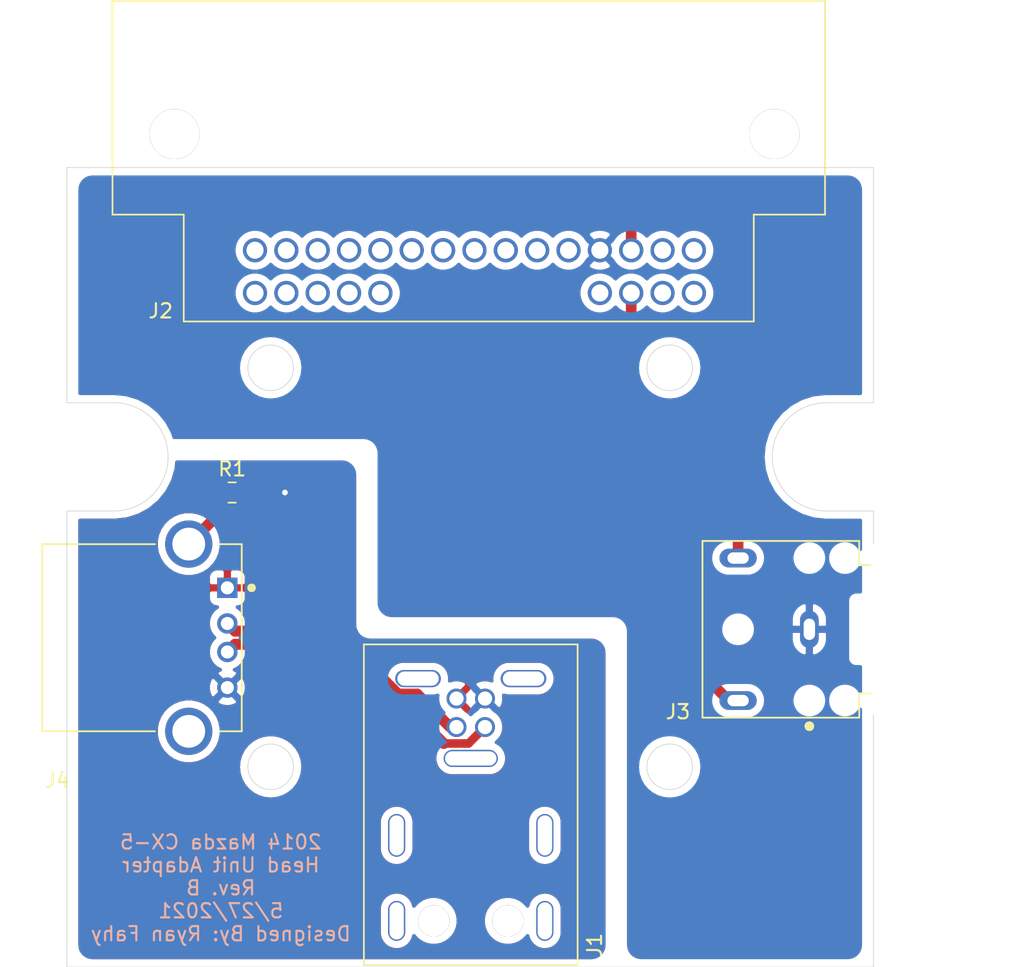
<source format=kicad_pcb>
(kicad_pcb (version 20171130) (host pcbnew "(5.1.0)-1")

  (general
    (thickness 1.6)
    (drawings 18)
    (tracks 32)
    (zones 0)
    (modules 5)
    (nets 30)
  )

  (page A4)
  (layers
    (0 F.Cu signal)
    (31 B.Cu signal)
    (32 B.Adhes user)
    (33 F.Adhes user)
    (34 B.Paste user)
    (35 F.Paste user)
    (36 B.SilkS user)
    (37 F.SilkS user)
    (38 B.Mask user)
    (39 F.Mask user)
    (40 Dwgs.User user)
    (41 Cmts.User user)
    (42 Eco1.User user)
    (43 Eco2.User user)
    (44 Edge.Cuts user)
    (45 Margin user)
    (46 B.CrtYd user)
    (47 F.CrtYd user)
    (48 B.Fab user)
    (49 F.Fab user)
  )

  (setup
    (last_trace_width 0.77)
    (user_trace_width 0.6)
    (user_trace_width 0.75)
    (user_trace_width 0.77)
    (trace_clearance 0.2)
    (zone_clearance 0.508)
    (zone_45_only no)
    (trace_min 0.2)
    (via_size 0.8)
    (via_drill 0.4)
    (via_min_size 0.4)
    (via_min_drill 0.3)
    (uvia_size 0.3)
    (uvia_drill 0.1)
    (uvias_allowed no)
    (uvia_min_size 0.2)
    (uvia_min_drill 0.1)
    (edge_width 0.05)
    (segment_width 0.2)
    (pcb_text_width 0.3)
    (pcb_text_size 1.5 1.5)
    (mod_edge_width 0.12)
    (mod_text_size 1 1)
    (mod_text_width 0.15)
    (pad_size 1.524 1.524)
    (pad_drill 0.762)
    (pad_to_mask_clearance 0.051)
    (solder_mask_min_width 0.25)
    (aux_axis_origin 0 0)
    (grid_origin 178.3 128.05)
    (visible_elements 7FFFFFFF)
    (pcbplotparams
      (layerselection 0x010fc_ffffffff)
      (usegerberextensions false)
      (usegerberattributes false)
      (usegerberadvancedattributes false)
      (creategerberjobfile false)
      (excludeedgelayer true)
      (linewidth 0.100000)
      (plotframeref false)
      (viasonmask false)
      (mode 1)
      (useauxorigin false)
      (hpglpennumber 1)
      (hpglpenspeed 20)
      (hpglpendiameter 15.000000)
      (psnegative false)
      (psa4output false)
      (plotreference true)
      (plotvalue true)
      (plotinvisibletext false)
      (padsonsilk false)
      (subtractmaskfromsilk false)
      (outputformat 1)
      (mirror false)
      (drillshape 0)
      (scaleselection 1)
      (outputdirectory "Gerber/"))
  )

  (net 0 "")
  (net 1 USB_D-)
  (net 2 USB_PWR)
  (net 3 USB_GND)
  (net 4 USB_D+)
  (net 5 "Net-(J2-PadA)")
  (net 6 "Net-(J2-PadC)")
  (net 7 "Net-(J2-PadB)")
  (net 8 "Net-(J2-PadD)")
  (net 9 "Net-(J2-PadF)")
  (net 10 "Net-(J2-PadE)")
  (net 11 "Net-(J2-PadH)")
  (net 12 "Net-(J2-PadG)")
  (net 13 "Net-(J2-PadJ)")
  (net 14 "Net-(J2-PadI)")
  (net 15 "Net-(J2-PadL)")
  (net 16 "Net-(J2-PadN)")
  (net 17 "Net-(J2-PadP)")
  (net 18 "Net-(J2-PadR)")
  (net 19 "Net-(J2-PadT)")
  (net 20 "Net-(J2-PadV)")
  (net 21 AUX_GND)
  (net 22 "Net-(J2-PadW)")
  (net 23 AUX_Left)
  (net 24 AUX_Right)
  (net 25 "Net-(J2-PadAB)")
  (net 26 "Net-(J2-PadAA)")
  (net 27 "Net-(J2-PadAD)")
  (net 28 "Net-(J2-PadAC)")
  (net 29 "Net-(J4-PadSH1)")

  (net_class Default "This is the default net class."
    (clearance 0.2)
    (trace_width 0.25)
    (via_dia 0.8)
    (via_drill 0.4)
    (uvia_dia 0.3)
    (uvia_drill 0.1)
    (add_net AUX_GND)
    (add_net AUX_Left)
    (add_net AUX_Right)
    (add_net "Net-(J2-PadA)")
    (add_net "Net-(J2-PadAA)")
    (add_net "Net-(J2-PadAB)")
    (add_net "Net-(J2-PadAC)")
    (add_net "Net-(J2-PadAD)")
    (add_net "Net-(J2-PadB)")
    (add_net "Net-(J2-PadC)")
    (add_net "Net-(J2-PadD)")
    (add_net "Net-(J2-PadE)")
    (add_net "Net-(J2-PadF)")
    (add_net "Net-(J2-PadG)")
    (add_net "Net-(J2-PadH)")
    (add_net "Net-(J2-PadI)")
    (add_net "Net-(J2-PadJ)")
    (add_net "Net-(J2-PadL)")
    (add_net "Net-(J2-PadN)")
    (add_net "Net-(J2-PadP)")
    (add_net "Net-(J2-PadR)")
    (add_net "Net-(J2-PadT)")
    (add_net "Net-(J2-PadV)")
    (add_net "Net-(J2-PadW)")
    (add_net "Net-(J4-PadSH1)")
    (add_net USB_GND)
    (add_net USB_PWR)
  )

  (net_class "USB Data" ""
    (clearance 0.1524)
    (trace_width 0.2)
    (via_dia 0.508)
    (via_drill 0.3)
    (uvia_dia 0.3)
    (uvia_drill 0.1)
    (diff_pair_width 0.77)
    (diff_pair_gap 0.1524)
    (add_net USB_D+)
    (add_net USB_D-)
  )

  (module "2014 Mazda CX-5 Head Unit Adapter:JAE_MX49" (layer F.Cu) (tedit 60C17113) (tstamp 60ADCFD7)
    (at 178.34 138.26)
    (path /60AFEFF3)
    (fp_text reference J1 (at 8.69 16.31 -90) (layer F.SilkS)
      (effects (font (size 1 1) (thickness 0.15)))
    )
    (fp_text value MX49_USB_Connector (at 0 -6.3) (layer F.Fab)
      (effects (font (size 1 1) (thickness 0.15)))
    )
    (fp_line (start 7.5 17.7) (end 0 17.7) (layer F.SilkS) (width 0.12))
    (fp_line (start 7.5 -4.8) (end 7.5 17.7) (layer F.SilkS) (width 0.12))
    (fp_line (start -7.5 -4.8) (end 7.5 -4.8) (layer F.SilkS) (width 0.12))
    (fp_line (start -7.5 17.7) (end -7.5 -4.8) (layer F.SilkS) (width 0.12))
    (fp_line (start 0 17.7) (end -7.5 17.7) (layer F.SilkS) (width 0.12))
    (pad "" thru_hole circle (at 2.6 14.6 90) (size 2.2 2.2) (drill 2.2) (layers *.Cu *.Mask))
    (pad "" thru_hole circle (at -2.6 14.6 90) (size 2.2 2.2) (drill 2.2) (layers *.Cu *.Mask))
    (pad "" thru_hole oval (at -5.2 14.6 90) (size 2.8 1.2) (drill oval 2.6 1) (layers *.Cu *.Mask))
    (pad "" thru_hole oval (at 5.2 14.6 90) (size 2.8 1.2) (drill oval 2.6 1) (layers *.Cu *.Mask))
    (pad "" thru_hole oval (at 5.2 8.6 90) (size 3 1.2) (drill oval 2.8 1) (layers *.Cu *.Mask))
    (pad "" thru_hole oval (at -5.2 8.6 90) (size 3 1.2) (drill oval 2.8 1) (layers *.Cu *.Mask))
    (pad "" thru_hole oval (at -3.7 -2.4) (size 3.2 1.2) (drill oval 2.9 1) (layers *.Cu *.Mask))
    (pad "" thru_hole oval (at 3.7 -2.4) (size 3.2 1.2) (drill oval 2.9 1) (layers *.Cu *.Mask))
    (pad "" thru_hole oval (at 0 3.2) (size 3.8 1.2) (drill oval 3.6 1) (layers *.Cu *.Mask))
    (pad B thru_hole circle (at 1 1) (size 1.4 1.4) (drill 1) (layers *.Cu *.Mask)
      (net 4 USB_D+))
    (pad A thru_hole circle (at 1 -1) (size 1.4 1.4) (drill 1) (layers *.Cu *.Mask)
      (net 3 USB_GND))
    (pad C thru_hole circle (at -1 -1) (size 1.4 1.4) (drill 1) (layers *.Cu *.Mask)
      (net 2 USB_PWR))
    (pad D thru_hole circle (at -1 1) (size 1.4 1.4) (drill 1) (layers *.Cu *.Mask)
      (net 1 USB_D-))
  )

  (module "2014 Mazda CX-5 Head Unit Adapter:TE_Conn_24pin_1612048" (layer F.Cu) (tedit 60AD70EF) (tstamp 60AFEC03)
    (at 163.2 105.8 90)
    (path /60AFC1B4)
    (fp_text reference J2 (at -4.26 -6.62 180) (layer F.SilkS)
      (effects (font (size 1 1) (thickness 0.15)))
    )
    (fp_text value 1-1612048-0 (at 0 -15.4 90) (layer F.Fab)
      (effects (font (size 1 1) (thickness 0.15)))
    )
    (fp_line (start -5 35) (end -5 -5) (layer F.SilkS) (width 0.12))
    (fp_line (start 2.5 35) (end -5 35) (layer F.SilkS) (width 0.12))
    (fp_line (start 2.5 40) (end 2.5 35) (layer F.SilkS) (width 0.12))
    (fp_line (start 17.5 40) (end 2.5 40) (layer F.SilkS) (width 0.12))
    (fp_line (start 17.5 -10) (end 17.5 40) (layer F.SilkS) (width 0.12))
    (fp_line (start 2.5 -10) (end 17.5 -10) (layer F.SilkS) (width 0.12))
    (fp_line (start 2.5 -5) (end 2.5 -10) (layer F.SilkS) (width 0.12))
    (fp_line (start -5 -5) (end 2.5 -5) (layer F.SilkS) (width 0.12))
    (pad AC thru_hole circle (at -3 30.8 90) (size 1.7 1.7) (drill 1.2) (layers *.Cu *.Mask)
      (net 28 "Net-(J2-PadAC)"))
    (pad AD thru_hole circle (at 0 30.8 90) (size 1.7 1.7) (drill 1.2) (layers *.Cu *.Mask)
      (net 27 "Net-(J2-PadAD)"))
    (pad AA thru_hole circle (at -3 28.6 90) (size 1.7 1.7) (drill 1.2) (layers *.Cu *.Mask)
      (net 26 "Net-(J2-PadAA)"))
    (pad AB thru_hole circle (at 0 28.6 90) (size 1.7 1.7) (drill 1.2) (layers *.Cu *.Mask)
      (net 25 "Net-(J2-PadAB)"))
    (pad Y thru_hole circle (at -3 26.4 90) (size 1.7 1.7) (drill 1.2) (layers *.Cu *.Mask)
      (net 24 AUX_Right))
    (pad Z thru_hole circle (at 0 26.4 90) (size 1.7 1.7) (drill 1.2) (layers *.Cu *.Mask)
      (net 23 AUX_Left))
    (pad W thru_hole circle (at -3 24.2 90) (size 1.7 1.7) (drill 1.2) (layers *.Cu *.Mask)
      (net 22 "Net-(J2-PadW)"))
    (pad X thru_hole circle (at 0 24.2 90) (size 1.7 1.7) (drill 1.2) (layers *.Cu *.Mask)
      (net 21 AUX_GND))
    (pad V thru_hole circle (at 0 22 90) (size 1.7 1.7) (drill 1.2) (layers *.Cu *.Mask)
      (net 20 "Net-(J2-PadV)"))
    (pad T thru_hole circle (at 0 19.8 90) (size 1.7 1.7) (drill 1.2) (layers *.Cu *.Mask)
      (net 19 "Net-(J2-PadT)"))
    (pad R thru_hole circle (at 0 17.6 90) (size 1.7 1.7) (drill 1.2) (layers *.Cu *.Mask)
      (net 18 "Net-(J2-PadR)"))
    (pad P thru_hole circle (at 0 15.4 90) (size 1.7 1.7) (drill 1.2) (layers *.Cu *.Mask)
      (net 17 "Net-(J2-PadP)"))
    (pad N thru_hole circle (at 0 13.2 90) (size 1.7 1.7) (drill 1.2) (layers *.Cu *.Mask)
      (net 16 "Net-(J2-PadN)"))
    (pad L thru_hole circle (at 0 11 90) (size 1.7 1.7) (drill 1.2) (layers *.Cu *.Mask)
      (net 15 "Net-(J2-PadL)"))
    (pad I thru_hole circle (at -3 8.8 90) (size 1.7 1.7) (drill 1.2) (layers *.Cu *.Mask)
      (net 14 "Net-(J2-PadI)"))
    (pad J thru_hole circle (at 0 8.8 90) (size 1.7 1.7) (drill 1.2) (layers *.Cu *.Mask)
      (net 13 "Net-(J2-PadJ)"))
    (pad G thru_hole circle (at -3 6.6 90) (size 1.7 1.7) (drill 1.2) (layers *.Cu *.Mask)
      (net 12 "Net-(J2-PadG)"))
    (pad H thru_hole circle (at 0 6.6 90) (size 1.7 1.7) (drill 1.2) (layers *.Cu *.Mask)
      (net 11 "Net-(J2-PadH)"))
    (pad E thru_hole circle (at -3 4.4 90) (size 1.7 1.7) (drill 1.2) (layers *.Cu *.Mask)
      (net 10 "Net-(J2-PadE)"))
    (pad F thru_hole circle (at 0 4.4 90) (size 1.7 1.7) (drill 1.2) (layers *.Cu *.Mask)
      (net 9 "Net-(J2-PadF)"))
    (pad D thru_hole circle (at 0 2.2 90) (size 1.7 1.7) (drill 1.2) (layers *.Cu *.Mask)
      (net 8 "Net-(J2-PadD)"))
    (pad B thru_hole circle (at 0 0 90) (size 1.7 1.7) (drill 1.2) (layers *.Cu *.Mask)
      (net 7 "Net-(J2-PadB)"))
    (pad "" thru_hole circle (at 8.15 36.45 90) (size 3.5 3.5) (drill 3.5) (layers *.Cu *.Mask))
    (pad "" thru_hole circle (at 8.15 -5.65 90) (size 3.5 3.5) (drill 3.5) (layers *.Cu *.Mask))
    (pad C thru_hole circle (at -3 2.2 90) (size 1.7 1.7) (drill 1.2) (layers *.Cu *.Mask)
      (net 6 "Net-(J2-PadC)"))
    (pad A thru_hole circle (at -3 0 180) (size 1.7 1.7) (drill 1.2) (layers *.Cu *.Mask)
      (net 5 "Net-(J2-PadA)"))
  )

  (module "2014 Mazda CX-5 Head Unit Adapter:CUI_SJ1-3523N" (layer F.Cu) (tedit 60AD7E0A) (tstamp 60C1805B)
    (at 202.1 132.4 180)
    (path /60AD5627)
    (fp_text reference J3 (at 9.22 -5.79 180) (layer F.SilkS)
      (effects (font (size 1.000402 1.000402) (thickness 0.15)))
    )
    (fp_text value AudioJack3 (at 4.75889 7.64126 180) (layer F.Fab)
      (effects (font (size 1.000819 1.000819) (thickness 0.015)))
    )
    (fp_circle (center 0 -6.8) (end 0.17 -6.8) (layer F.SilkS) (width 0.34))
    (fp_line (start -4.75 3.25) (end -4.75 6.45) (layer F.CrtYd) (width 0.05))
    (fp_line (start -6.75 3.25) (end -4.75 3.25) (layer F.CrtYd) (width 0.05))
    (fp_line (start -6.75 -3.25) (end -6.75 3.25) (layer F.CrtYd) (width 0.05))
    (fp_line (start -4.75 -3.25) (end -6.75 -3.25) (layer F.CrtYd) (width 0.05))
    (fp_line (start -4.75 -6.45) (end -4.75 -3.25) (layer F.CrtYd) (width 0.05))
    (fp_line (start -6.5 3) (end -4.5 3) (layer F.Fab) (width 0.127))
    (fp_line (start -6.5 -3) (end -6.5 3) (layer F.Fab) (width 0.127))
    (fp_line (start -4.5 -3) (end -6.5 -3) (layer F.Fab) (width 0.127))
    (fp_line (start -3.5 4.5) (end -4.3 4.5) (layer F.SilkS) (width 0.127))
    (fp_line (start -3.5 -4.5) (end -4.3 -4.5) (layer F.SilkS) (width 0.127))
    (fp_line (start -3.5 4.5) (end -3.5 6.2) (layer F.SilkS) (width 0.127))
    (fp_line (start -3.5 -6.2) (end -3.5 -4.5) (layer F.SilkS) (width 0.127))
    (fp_line (start -3.5 4.5) (end -3.5 6.2) (layer F.Fab) (width 0.127))
    (fp_line (start -4.5 4.5) (end -3.5 4.5) (layer F.Fab) (width 0.127))
    (fp_line (start -4.5 3) (end -4.5 4.5) (layer F.Fab) (width 0.127))
    (fp_line (start -4.5 -3) (end -4.5 3) (layer F.Fab) (width 0.127))
    (fp_line (start -4.5 -4.5) (end -4.5 -3) (layer F.Fab) (width 0.127))
    (fp_line (start -3.5 -4.5) (end -4.5 -4.5) (layer F.Fab) (width 0.127))
    (fp_line (start -3.5 -6.2) (end -3.5 -4.5) (layer F.Fab) (width 0.127))
    (fp_line (start 7.5 6.2) (end -3.5 6.2) (layer F.Fab) (width 0.127))
    (fp_line (start 7.5 -6.2) (end 7.5 6.2) (layer F.Fab) (width 0.127))
    (fp_line (start 7.5 -6.2) (end -3.5 -6.2) (layer F.Fab) (width 0.127))
    (fp_text user PCB~edge (at -12.5245 -6.01177 180) (layer Dwgs.User)
      (effects (font (size 0.801567 0.801567) (thickness 0.015)))
    )
    (fp_line (start -4.75 -6.45) (end 7.75 -6.45) (layer F.CrtYd) (width 0.05))
    (fp_line (start 7.75 6.45) (end -4.75 6.45) (layer F.CrtYd) (width 0.05))
    (fp_line (start 7.75 -6.45) (end 7.75 6.45) (layer F.CrtYd) (width 0.05))
    (fp_line (start 7.5 -6.2) (end -3.5 -6.2) (layer F.SilkS) (width 0.127))
    (fp_line (start 7.5 6.2) (end -3.5 6.2) (layer F.SilkS) (width 0.127))
    (fp_line (start 7.5 -6.2) (end 7.5 6.2) (layer F.SilkS) (width 0.127))
    (fp_line (start -4.5 2) (end -4.5 6) (layer Edge.Cuts) (width 0.0001))
    (fp_line (start -3.3 2) (end -4.5 2) (layer Edge.Cuts) (width 0.0001))
    (fp_line (start -3.3 -2) (end -3.3 2) (layer Edge.Cuts) (width 0.0001))
    (fp_line (start -4.5 -2) (end -3.3 -2) (layer Edge.Cuts) (width 0.0001))
    (fp_line (start -4.5 -6) (end -4.5 -2) (layer Edge.Cuts) (width 0.0001))
    (pad None np_thru_hole circle (at 0 5 180) (size 1.2 1.2) (drill 1.2) (layers *.Cu *.Mask))
    (pad None np_thru_hole circle (at -2.5 5 180) (size 1.2 1.2) (drill 1.2) (layers *.Cu *.Mask))
    (pad None np_thru_hole circle (at 5 0 180) (size 1.2 1.2) (drill 1.2) (layers *.Cu *.Mask))
    (pad None np_thru_hole circle (at 0 -5 180) (size 1.2 1.2) (drill 1.2) (layers *.Cu *.Mask))
    (pad None np_thru_hole circle (at -2.5 -5 180) (size 1.2 1.2) (drill 1.2) (layers *.Cu *.Mask))
    (pad R thru_hole oval (at 5 -5 180) (size 2.616 1.308) (drill oval 1.5 0.8) (layers *.Cu *.Mask)
      (net 24 AUX_Right))
    (pad T thru_hole oval (at 5 5 180) (size 2.616 1.308) (drill oval 1.5 0.8) (layers *.Cu *.Mask)
      (net 23 AUX_Left))
    (pad S thru_hole oval (at 0 0 180) (size 1.308 2.616) (drill oval 0.8 1.5) (layers *.Cu *.Mask)
      (net 21 AUX_GND))
    (model "${KIPRJMOD}/External Libraries/CAD/sj1-3523n.stp"
      (offset (xyz -6.5 0 2.5))
      (scale (xyz 1 1 1))
      (rotate (xyz 0 0 180))
    )
  )

  (module "2014 Mazda CX-5 Head Unit Adapter:TE_292303-1" (layer F.Cu) (tedit 60AD6AA3) (tstamp 60AFE866)
    (at 161.26 129.49 270)
    (path /60B05EF6)
    (fp_text reference J4 (at 13.51 11.93) (layer F.SilkS)
      (effects (font (size 1.001016 1.001016) (thickness 0.15)))
    )
    (fp_text value USB_A (at 1.410055 14.705285 270) (layer F.Fab)
      (effects (font (size 1.000024 1.000024) (thickness 0.015)))
    )
    (fp_circle (center 0 0) (end 0.15 0) (layer F.Fab) (width 0.3))
    (fp_circle (center 0 -1.7) (end 0.15 -1.7) (layer F.SilkS) (width 0.3))
    (fp_line (start -5.12 13.24) (end -5.12 -1.26) (layer F.CrtYd) (width 0.05))
    (fp_line (start 12.12 13.24) (end -5.12 13.24) (layer F.CrtYd) (width 0.05))
    (fp_line (start 12.12 -1.26) (end 12.12 13.24) (layer F.CrtYd) (width 0.05))
    (fp_line (start -5.12 -1.26) (end 12.12 -1.26) (layer F.CrtYd) (width 0.05))
    (fp_text user PCB~EDGE (at 6.3563 15.2551 270) (layer F.Fab)
      (effects (font (size 1.000992 1.000992) (thickness 0.015)))
    )
    (fp_line (start -3.065 0.5) (end -3.065 -1.01) (layer F.SilkS) (width 0.127))
    (fp_line (start -3.065 12.99) (end -3.065 5.08) (layer F.SilkS) (width 0.127))
    (fp_line (start 10.065 12.99) (end -3.065 12.99) (layer F.SilkS) (width 0.127))
    (fp_line (start 10.065 5.08) (end 10.065 12.99) (layer F.SilkS) (width 0.127))
    (fp_line (start 10.065 -1.01) (end 10.065 0.5) (layer F.SilkS) (width 0.127))
    (fp_line (start -3.065 -1.01) (end 10.065 -1.01) (layer F.SilkS) (width 0.127))
    (fp_line (start -3.065 -1.01) (end -3.065 12.99) (layer F.Fab) (width 0.127))
    (fp_line (start 10.065 -1.01) (end -3.065 -1.01) (layer F.Fab) (width 0.127))
    (fp_line (start 10.065 12.99) (end 10.065 -1.01) (layer F.Fab) (width 0.127))
    (fp_line (start -3.065 12.99) (end 10.065 12.99) (layer F.Fab) (width 0.127))
    (pad SH2 thru_hole circle (at 10.07 2.71 270) (size 3.316 3.316) (drill 2.3) (layers *.Cu *.Mask))
    (pad SH1 thru_hole circle (at -3.07 2.71 270) (size 3.316 3.316) (drill 2.3) (layers *.Cu *.Mask)
      (net 29 "Net-(J4-PadSH1)"))
    (pad 4 thru_hole circle (at 7 0 270) (size 1.428 1.428) (drill 0.92) (layers *.Cu *.Mask)
      (net 3 USB_GND))
    (pad 3 thru_hole circle (at 4.5 0 270) (size 1.428 1.428) (drill 0.92) (layers *.Cu *.Mask)
      (net 4 USB_D+))
    (pad 2 thru_hole circle (at 2.5 0 270) (size 1.428 1.428) (drill 0.92) (layers *.Cu *.Mask)
      (net 1 USB_D-))
    (pad 1 thru_hole rect (at 0 0 270) (size 1.428 1.428) (drill 0.92) (layers *.Cu *.Mask)
      (net 2 USB_PWR))
    (model "${KIPRJMOD}/External Libraries/CAD/292303-1.stp"
      (offset (xyz 3.5 -13 3))
      (scale (xyz 1 1 1))
      (rotate (xyz -90 0 0))
    )
  )

  (module Resistor_SMD:R_0805_2012Metric_Pad1.15x1.40mm_HandSolder (layer F.Cu) (tedit 5B36C52B) (tstamp 60AFF01B)
    (at 161.595 122.8)
    (descr "Resistor SMD 0805 (2012 Metric), square (rectangular) end terminal, IPC_7351 nominal with elongated pad for handsoldering. (Body size source: https://docs.google.com/spreadsheets/d/1BsfQQcO9C6DZCsRaXUlFlo91Tg2WpOkGARC1WS5S8t0/edit?usp=sharing), generated with kicad-footprint-generator")
    (tags "resistor handsolder")
    (path /60AFECC6)
    (attr smd)
    (fp_text reference R1 (at 0 -1.65) (layer F.SilkS)
      (effects (font (size 1 1) (thickness 0.15)))
    )
    (fp_text value 0 (at 0 1.65) (layer F.Fab)
      (effects (font (size 1 1) (thickness 0.15)))
    )
    (fp_line (start -1 0.6) (end -1 -0.6) (layer F.Fab) (width 0.1))
    (fp_line (start -1 -0.6) (end 1 -0.6) (layer F.Fab) (width 0.1))
    (fp_line (start 1 -0.6) (end 1 0.6) (layer F.Fab) (width 0.1))
    (fp_line (start 1 0.6) (end -1 0.6) (layer F.Fab) (width 0.1))
    (fp_line (start -0.261252 -0.71) (end 0.261252 -0.71) (layer F.SilkS) (width 0.12))
    (fp_line (start -0.261252 0.71) (end 0.261252 0.71) (layer F.SilkS) (width 0.12))
    (fp_line (start -1.85 0.95) (end -1.85 -0.95) (layer F.CrtYd) (width 0.05))
    (fp_line (start -1.85 -0.95) (end 1.85 -0.95) (layer F.CrtYd) (width 0.05))
    (fp_line (start 1.85 -0.95) (end 1.85 0.95) (layer F.CrtYd) (width 0.05))
    (fp_line (start 1.85 0.95) (end -1.85 0.95) (layer F.CrtYd) (width 0.05))
    (fp_text user %R (at 0 0) (layer F.Fab)
      (effects (font (size 0.5 0.5) (thickness 0.08)))
    )
    (pad 1 smd roundrect (at -1.025 0) (size 1.15 1.4) (layers F.Cu F.Paste F.Mask) (roundrect_rratio 0.217391)
      (net 29 "Net-(J4-PadSH1)"))
    (pad 2 smd roundrect (at 1.025 0) (size 1.15 1.4) (layers F.Cu F.Paste F.Mask) (roundrect_rratio 0.217391)
      (net 3 USB_GND))
    (model ${KISYS3DMOD}/Resistor_SMD.3dshapes/R_0805_2012Metric.wrl
      (at (xyz 0 0 0))
      (scale (xyz 1 1 1))
      (rotate (xyz 0 0 0))
    )
  )

  (gr_text "2014 Mazda CX-5\nHead Unit Adapter\nRev. B\n5/27/2021\nDesigned By: Ryan Fahy" (at 160.8 150.55) (layer B.SilkS)
    (effects (font (size 1 1) (thickness 0.15)) (justify mirror))
  )
  (gr_line (start 206.6 138.4) (end 206.6 156.1) (layer Edge.Cuts) (width 0.05) (tstamp 60AFED6E))
  (gr_line (start 206.6 126.4) (end 206.6 124.1) (layer Edge.Cuts) (width 0.05) (tstamp 60AFED6D))
  (gr_line (start 150 124.1) (end 153.3 124.1) (layer Edge.Cuts) (width 0.05) (tstamp 60AFEB92))
  (gr_line (start 150 124.1) (end 150 156.1) (layer Edge.Cuts) (width 0.05) (tstamp 60AFEB91))
  (gr_line (start 150 116.5) (end 153.3 116.5) (layer Edge.Cuts) (width 0.05) (tstamp 60AFEB90))
  (gr_line (start 150 100) (end 150 116.5) (layer Edge.Cuts) (width 0.05) (tstamp 60AFEB8F))
  (gr_line (start 206.6 100) (end 206.6 116.5) (layer Edge.Cuts) (width 0.05) (tstamp 60AFEB6E))
  (gr_line (start 203.3 124.1) (end 206.6 124.1) (layer Edge.Cuts) (width 0.05) (tstamp 60AFEB41))
  (gr_line (start 203.3 116.5) (end 206.6 116.5) (layer Edge.Cuts) (width 0.05))
  (gr_arc (start 153.3 120.3) (end 153.3 124.1) (angle -180) (layer Edge.Cuts) (width 0.05))
  (gr_arc (start 203.3 120.3) (end 203.3 124.1) (angle 180) (layer Edge.Cuts) (width 0.05))
  (gr_circle (center 192.3 142.05) (end 193.9 142.05) (layer Edge.Cuts) (width 0.05) (tstamp 60AFEA0D))
  (gr_circle (center 164.3 142.05) (end 165.9 142.05) (layer Edge.Cuts) (width 0.05) (tstamp 60AFEA0D))
  (gr_circle (center 164.3 114.05) (end 165.9 114.05) (layer Edge.Cuts) (width 0.05) (tstamp 60AFEA0D))
  (gr_circle (center 192.3 114.05) (end 193.9 114.05) (layer Edge.Cuts) (width 0.05))
  (gr_line (start 206.6 156.1) (end 150 156.1) (layer Edge.Cuts) (width 0.05))
  (gr_line (start 150 100) (end 206.6 100) (layer Edge.Cuts) (width 0.05))

  (segment (start 176.89 139.26) (end 177.34 139.26) (width 0.2) (layer F.Cu) (net 1) (status 30))
  (segment (start 176.89 139.26) (end 177.34 139.26) (width 0.2) (layer B.Cu) (net 1) (status 30))
  (segment (start 174.57501 136.94501) (end 176.89 139.26) (width 0.77) (layer F.Cu) (net 1))
  (segment (start 173.240575 136.94501) (end 174.57501 136.94501) (width 0.77) (layer F.Cu) (net 1))
  (segment (start 168.824365 132.5288) (end 173.240575 136.94501) (width 0.77) (layer F.Cu) (net 1))
  (segment (start 161.7988 132.5288) (end 168.824365 132.5288) (width 0.77) (layer F.Cu) (net 1))
  (segment (start 161.26 131.99) (end 161.7988 132.5288) (width 0.77) (layer F.Cu) (net 1))
  (via (at 165.3 122.8) (size 0.8) (drill 0.4) (layers F.Cu B.Cu) (net 3))
  (segment (start 162.62 122.8) (end 165.3 122.8) (width 0.75) (layer F.Cu) (net 3) (status 10))
  (segment (start 178.89 139.71) (end 179.34 139.26) (width 0.2) (layer F.Cu) (net 4) (status 30))
  (segment (start 179.34 139.26) (end 178.187599 140.412401) (width 0.6) (layer F.Cu) (net 4) (status 10))
  (segment (start 178.187599 140.412401) (end 177.893153 140.412401) (width 0.6) (layer F.Cu) (net 4))
  (segment (start 177.3 140.412401) (end 176.437599 140.412401) (width 0.6) (layer F.Cu) (net 4))
  (segment (start 177.893153 140.412401) (end 177.3 140.412401) (width 0.6) (layer F.Cu) (net 4))
  (segment (start 173.8926 137.867401) (end 176.437599 140.412401) (width 0.77) (layer F.Cu) (net 4))
  (segment (start 161.26 133.99) (end 161.7988 133.4512) (width 0.77) (layer F.Cu) (net 4))
  (segment (start 161.7988 133.4512) (end 168.442308 133.4512) (width 0.77) (layer F.Cu) (net 4))
  (segment (start 168.442308 133.4512) (end 172.858509 137.867401) (width 0.77) (layer F.Cu) (net 4))
  (segment (start 172.858509 137.867401) (end 173.8926 137.867401) (width 0.77) (layer F.Cu) (net 4))
  (segment (start 189.6 104.25) (end 189.6 105.8) (width 0.75) (layer F.Cu) (net 23))
  (segment (start 189.99 103.86) (end 189.6 104.25) (width 0.75) (layer F.Cu) (net 23))
  (segment (start 195.19 103.86) (end 189.99 103.86) (width 0.75) (layer F.Cu) (net 23))
  (segment (start 197.1 127.4) (end 197.1 105.77) (width 0.75) (layer F.Cu) (net 23) (tstamp 60C17EE5))
  (segment (start 197.1 105.77) (end 195.19 103.86) (width 0.75) (layer F.Cu) (net 23))
  (segment (start 196.446 137.4) (end 197.1 137.4) (width 0.75) (layer F.Cu) (net 24) (status 30))
  (segment (start 189.59 130.544) (end 196.446 137.4) (width 0.75) (layer F.Cu) (net 24) (status 20))
  (segment (start 189.59 110.7) (end 189.59 130.544) (width 0.75) (layer F.Cu) (net 24) (status 10))
  (segment (start 189.6 110.69) (end 189.6 108.8) (width 0.75) (layer F.Cu) (net 24))
  (segment (start 189.59 110.7) (end 189.6 110.69) (width 0.75) (layer F.Cu) (net 24))
  (segment (start 160.61 122.84) (end 160.57 122.8) (width 0.75) (layer F.Cu) (net 29) (status 30))
  (segment (start 160.57 124.4) (end 158.55 126.42) (width 0.77) (layer F.Cu) (net 29))
  (segment (start 160.57 122.8) (end 160.57 124.4) (width 0.77) (layer F.Cu) (net 29))

  (zone (net 21) (net_name AUX_GND) (layer B.Cu) (tstamp 60AFF7E7) (hatch edge 0.508)
    (connect_pads (clearance 0.508))
    (min_thickness 0.254)
    (fill yes (arc_segments 32) (thermal_gap 0.508) (thermal_bridge_width 0.508) (smoothing fillet) (radius 1))
    (polygon
      (pts
        (xy 150.8 100.55) (xy 205.8 100.55) (xy 205.8 155.55) (xy 189.3 155.55) (xy 189.3 131.55)
        (xy 171.8 131.55) (xy 171.8 119.05) (xy 150.8 119.05)
      )
    )
    (filled_polygon
      (pts
        (xy 204.970189 100.694376) (xy 205.13385 100.744022) (xy 205.284672 100.824638) (xy 205.41687 100.93313) (xy 205.525362 101.065328)
        (xy 205.605978 101.21615) (xy 205.655624 101.379811) (xy 205.673 101.556234) (xy 205.673 115.84) (xy 203.267581 115.84)
        (xy 203.265287 115.840226) (xy 203.242341 115.840386) (xy 203.212522 115.84352) (xy 203.182539 115.84352) (xy 203.173374 115.844483)
        (xy 202.436366 115.927152) (xy 202.377877 115.939585) (xy 202.319174 115.951208) (xy 202.310371 115.953933) (xy 201.603457 116.17818)
        (xy 201.548485 116.201741) (xy 201.49317 116.22454) (xy 201.485064 116.228923) (xy 200.835168 116.586206) (xy 200.785822 116.619994)
        (xy 200.735985 116.653105) (xy 200.728885 116.65898) (xy 200.160764 117.13569) (xy 200.11892 117.17842) (xy 200.076464 117.22058)
        (xy 200.07064 117.227721) (xy 199.605933 117.805702) (xy 199.573195 117.855732) (xy 199.539728 117.905348) (xy 199.535402 117.913484)
        (xy 199.191807 118.570719) (xy 199.169401 118.626177) (xy 199.146217 118.681328) (xy 199.143554 118.69015) (xy 198.934161 119.401606)
        (xy 198.922963 119.460307) (xy 198.910923 119.518963) (xy 198.910024 119.528134) (xy 198.842809 120.266712) (xy 198.843227 120.326529)
        (xy 198.842809 120.386346) (xy 198.843709 120.395517) (xy 198.92123 121.133085) (xy 198.93325 121.191641) (xy 198.944466 121.250442)
        (xy 198.94713 121.259263) (xy 199.166436 121.967726) (xy 199.189616 122.022869) (xy 199.212025 122.078334) (xy 199.216352 122.086471)
        (xy 199.569089 122.738845) (xy 199.602534 122.788429) (xy 199.635294 122.838492) (xy 199.641118 122.845633) (xy 200.113851 123.417069)
        (xy 200.156287 123.459209) (xy 200.19815 123.501959) (xy 200.205251 123.507832) (xy 200.779973 123.976564) (xy 200.829766 124.009646)
        (xy 200.879155 124.043464) (xy 200.887261 124.047847) (xy 201.542082 124.39602) (xy 201.59735 124.4188) (xy 201.652368 124.442381)
        (xy 201.661172 124.445106) (xy 202.371147 124.659461) (xy 202.429832 124.671081) (xy 202.48834 124.683517) (xy 202.497503 124.68448)
        (xy 202.497505 124.68448) (xy 203.235595 124.75685) (xy 203.235598 124.75685) (xy 203.267581 124.76) (xy 205.673 124.76)
        (xy 205.673 126.782916) (xy 205.559287 126.612733) (xy 205.387267 126.440713) (xy 205.184992 126.305557) (xy 204.960236 126.21246)
        (xy 204.721637 126.165) (xy 204.478363 126.165) (xy 204.239764 126.21246) (xy 204.015008 126.305557) (xy 203.812733 126.440713)
        (xy 203.640713 126.612733) (xy 203.505557 126.815008) (xy 203.41246 127.039764) (xy 203.365 127.278363) (xy 203.365 127.521637)
        (xy 203.41246 127.760236) (xy 203.505557 127.984992) (xy 203.640713 128.187267) (xy 203.812733 128.359287) (xy 204.015008 128.494443)
        (xy 204.239764 128.58754) (xy 204.478363 128.635) (xy 204.721637 128.635) (xy 204.960236 128.58754) (xy 205.184992 128.494443)
        (xy 205.387267 128.359287) (xy 205.559287 128.187267) (xy 205.673 128.017084) (xy 205.673 129.76495) (xy 205.431191 129.76495)
        (xy 205.4 129.761878) (xy 205.368809 129.76495) (xy 205.275509 129.774139) (xy 205.155801 129.810452) (xy 205.045478 129.869421)
        (xy 204.94878 129.94878) (xy 204.869421 130.045478) (xy 204.810452 130.155801) (xy 204.774139 130.275509) (xy 204.761878 130.4)
        (xy 204.764951 130.431201) (xy 204.76495 134.368809) (xy 204.761878 134.4) (xy 204.774139 134.524491) (xy 204.810452 134.644199)
        (xy 204.869421 134.754522) (xy 204.929861 134.828167) (xy 204.94878 134.85122) (xy 205.045478 134.930579) (xy 205.155801 134.989548)
        (xy 205.275509 135.025861) (xy 205.4 135.038122) (xy 205.431191 135.03505) (xy 205.673 135.03505) (xy 205.673 136.782916)
        (xy 205.559287 136.612733) (xy 205.387267 136.440713) (xy 205.184992 136.305557) (xy 204.960236 136.21246) (xy 204.721637 136.165)
        (xy 204.478363 136.165) (xy 204.239764 136.21246) (xy 204.015008 136.305557) (xy 203.812733 136.440713) (xy 203.640713 136.612733)
        (xy 203.505557 136.815008) (xy 203.41246 137.039764) (xy 203.365 137.278363) (xy 203.365 137.521637) (xy 203.41246 137.760236)
        (xy 203.505557 137.984992) (xy 203.640713 138.187267) (xy 203.812733 138.359287) (xy 204.015008 138.494443) (xy 204.239764 138.58754)
        (xy 204.478363 138.635) (xy 204.721637 138.635) (xy 204.960236 138.58754) (xy 205.184992 138.494443) (xy 205.387267 138.359287)
        (xy 205.559287 138.187267) (xy 205.673 138.017084) (xy 205.673 154.543766) (xy 205.655624 154.720189) (xy 205.605978 154.88385)
        (xy 205.525362 155.034672) (xy 205.41687 155.16687) (xy 205.284672 155.275362) (xy 205.13385 155.355978) (xy 204.970189 155.405624)
        (xy 204.793766 155.423) (xy 190.306234 155.423) (xy 190.129811 155.405624) (xy 189.96615 155.355978) (xy 189.815328 155.275362)
        (xy 189.68313 155.16687) (xy 189.574638 155.034672) (xy 189.494022 154.88385) (xy 189.444376 154.720189) (xy 189.427 154.543766)
        (xy 189.427 142.081834) (xy 190.020222 142.081834) (xy 190.069823 142.524039) (xy 190.204371 142.948188) (xy 190.418741 143.338125)
        (xy 190.704768 143.678998) (xy 191.051556 143.957823) (xy 191.445897 144.163979) (xy 191.872771 144.289615) (xy 192.315917 144.329944)
        (xy 192.758458 144.283432) (xy 193.183536 144.151848) (xy 193.57496 143.940206) (xy 193.917821 143.656566) (xy 194.19906 143.311733)
        (xy 194.407965 142.91884) (xy 194.536578 142.492854) (xy 194.58 142.05) (xy 194.579111 141.986339) (xy 194.523341 141.544869)
        (xy 194.382884 141.12264) (xy 194.16309 140.735734) (xy 193.872333 140.398888) (xy 193.521685 140.124932) (xy 193.124504 139.924302)
        (xy 192.695918 139.804638) (xy 192.252251 139.7705) (xy 191.810403 139.823187) (xy 191.387204 139.960693) (xy 190.998773 140.17778)
        (xy 190.659905 140.466179) (xy 190.383508 140.814905) (xy 190.18011 141.210676) (xy 190.057457 141.638416) (xy 190.020222 142.081834)
        (xy 189.427 142.081834) (xy 189.427 137.4) (xy 195.150764 137.4) (xy 195.175652 137.652688) (xy 195.249358 137.895665)
        (xy 195.369051 138.119595) (xy 195.53013 138.31587) (xy 195.726405 138.476949) (xy 195.950335 138.596642) (xy 196.193312 138.670348)
        (xy 196.382686 138.689) (xy 197.817314 138.689) (xy 198.006688 138.670348) (xy 198.249665 138.596642) (xy 198.473595 138.476949)
        (xy 198.66987 138.31587) (xy 198.830949 138.119595) (xy 198.950642 137.895665) (xy 199.024348 137.652688) (xy 199.049236 137.4)
        (xy 199.037256 137.278363) (xy 200.865 137.278363) (xy 200.865 137.521637) (xy 200.91246 137.760236) (xy 201.005557 137.984992)
        (xy 201.140713 138.187267) (xy 201.312733 138.359287) (xy 201.515008 138.494443) (xy 201.739764 138.58754) (xy 201.978363 138.635)
        (xy 202.221637 138.635) (xy 202.460236 138.58754) (xy 202.684992 138.494443) (xy 202.887267 138.359287) (xy 203.059287 138.187267)
        (xy 203.194443 137.984992) (xy 203.28754 137.760236) (xy 203.335 137.521637) (xy 203.335 137.278363) (xy 203.28754 137.039764)
        (xy 203.194443 136.815008) (xy 203.059287 136.612733) (xy 202.887267 136.440713) (xy 202.684992 136.305557) (xy 202.460236 136.21246)
        (xy 202.221637 136.165) (xy 201.978363 136.165) (xy 201.739764 136.21246) (xy 201.515008 136.305557) (xy 201.312733 136.440713)
        (xy 201.140713 136.612733) (xy 201.005557 136.815008) (xy 200.91246 137.039764) (xy 200.865 137.278363) (xy 199.037256 137.278363)
        (xy 199.024348 137.147312) (xy 198.950642 136.904335) (xy 198.830949 136.680405) (xy 198.66987 136.48413) (xy 198.473595 136.323051)
        (xy 198.249665 136.203358) (xy 198.006688 136.129652) (xy 197.817314 136.111) (xy 196.382686 136.111) (xy 196.193312 136.129652)
        (xy 195.950335 136.203358) (xy 195.726405 136.323051) (xy 195.53013 136.48413) (xy 195.369051 136.680405) (xy 195.249358 136.904335)
        (xy 195.175652 137.147312) (xy 195.150764 137.4) (xy 189.427 137.4) (xy 189.427 132.55) (xy 189.426388 132.537552)
        (xy 189.407173 132.342462) (xy 189.402317 132.318044) (xy 189.390281 132.278363) (xy 195.865 132.278363) (xy 195.865 132.521637)
        (xy 195.91246 132.760236) (xy 196.005557 132.984992) (xy 196.140713 133.187267) (xy 196.312733 133.359287) (xy 196.515008 133.494443)
        (xy 196.739764 133.58754) (xy 196.978363 133.635) (xy 197.221637 133.635) (xy 197.460236 133.58754) (xy 197.684992 133.494443)
        (xy 197.887267 133.359287) (xy 198.059287 133.187267) (xy 198.194443 132.984992) (xy 198.28754 132.760236) (xy 198.333933 132.527)
        (xy 200.811 132.527) (xy 200.811 133.181) (xy 200.860544 133.430031) (xy 200.95772 133.664612) (xy 201.098793 133.875727)
        (xy 201.278342 134.055264) (xy 201.489467 134.196323) (xy 201.724054 134.293483) (xy 201.773901 134.301068) (xy 201.973 134.177092)
        (xy 201.973 132.527) (xy 202.227 132.527) (xy 202.227 134.177092) (xy 202.426099 134.301068) (xy 202.475946 134.293483)
        (xy 202.710533 134.196323) (xy 202.921658 134.055264) (xy 203.101207 133.875727) (xy 203.24228 133.664612) (xy 203.339456 133.430031)
        (xy 203.389 133.181) (xy 203.389 132.527) (xy 202.227 132.527) (xy 201.973 132.527) (xy 200.811 132.527)
        (xy 198.333933 132.527) (xy 198.335 132.521637) (xy 198.335 132.278363) (xy 198.28754 132.039764) (xy 198.194443 131.815008)
        (xy 198.063475 131.619) (xy 200.811 131.619) (xy 200.811 132.273) (xy 201.973 132.273) (xy 201.973 130.622908)
        (xy 202.227 130.622908) (xy 202.227 132.273) (xy 203.389 132.273) (xy 203.389 131.619) (xy 203.339456 131.369969)
        (xy 203.24228 131.135388) (xy 203.101207 130.924273) (xy 202.921658 130.744736) (xy 202.710533 130.603677) (xy 202.475946 130.506517)
        (xy 202.426099 130.498932) (xy 202.227 130.622908) (xy 201.973 130.622908) (xy 201.773901 130.498932) (xy 201.724054 130.506517)
        (xy 201.489467 130.603677) (xy 201.278342 130.744736) (xy 201.098793 130.924273) (xy 200.95772 131.135388) (xy 200.860544 131.369969)
        (xy 200.811 131.619) (xy 198.063475 131.619) (xy 198.059287 131.612733) (xy 197.887267 131.440713) (xy 197.684992 131.305557)
        (xy 197.460236 131.21246) (xy 197.221637 131.165) (xy 196.978363 131.165) (xy 196.739764 131.21246) (xy 196.515008 131.305557)
        (xy 196.312733 131.440713) (xy 196.140713 131.612733) (xy 196.005557 131.815008) (xy 195.91246 132.039764) (xy 195.865 132.278363)
        (xy 189.390281 132.278363) (xy 189.345412 132.130451) (xy 189.335884 132.10745) (xy 189.243474 131.934563) (xy 189.229642 131.913862)
        (xy 189.105279 131.762325) (xy 189.087675 131.744721) (xy 188.936138 131.620358) (xy 188.915437 131.606526) (xy 188.74255 131.514116)
        (xy 188.719549 131.504588) (xy 188.531956 131.447683) (xy 188.507538 131.442827) (xy 188.312448 131.423612) (xy 188.3 131.423)
        (xy 172.806234 131.423) (xy 172.629811 131.405624) (xy 172.46615 131.355978) (xy 172.315328 131.275362) (xy 172.18313 131.16687)
        (xy 172.074638 131.034672) (xy 171.994022 130.88385) (xy 171.944376 130.720189) (xy 171.927 130.543766) (xy 171.927 127.4)
        (xy 195.150764 127.4) (xy 195.175652 127.652688) (xy 195.249358 127.895665) (xy 195.369051 128.119595) (xy 195.53013 128.31587)
        (xy 195.726405 128.476949) (xy 195.950335 128.596642) (xy 196.193312 128.670348) (xy 196.382686 128.689) (xy 197.817314 128.689)
        (xy 198.006688 128.670348) (xy 198.249665 128.596642) (xy 198.473595 128.476949) (xy 198.66987 128.31587) (xy 198.830949 128.119595)
        (xy 198.950642 127.895665) (xy 199.024348 127.652688) (xy 199.049236 127.4) (xy 199.037256 127.278363) (xy 200.865 127.278363)
        (xy 200.865 127.521637) (xy 200.91246 127.760236) (xy 201.005557 127.984992) (xy 201.140713 128.187267) (xy 201.312733 128.359287)
        (xy 201.515008 128.494443) (xy 201.739764 128.58754) (xy 201.978363 128.635) (xy 202.221637 128.635) (xy 202.460236 128.58754)
        (xy 202.684992 128.494443) (xy 202.887267 128.359287) (xy 203.059287 128.187267) (xy 203.194443 127.984992) (xy 203.28754 127.760236)
        (xy 203.335 127.521637) (xy 203.335 127.278363) (xy 203.28754 127.039764) (xy 203.194443 126.815008) (xy 203.059287 126.612733)
        (xy 202.887267 126.440713) (xy 202.684992 126.305557) (xy 202.460236 126.21246) (xy 202.221637 126.165) (xy 201.978363 126.165)
        (xy 201.739764 126.21246) (xy 201.515008 126.305557) (xy 201.312733 126.440713) (xy 201.140713 126.612733) (xy 201.005557 126.815008)
        (xy 200.91246 127.039764) (xy 200.865 127.278363) (xy 199.037256 127.278363) (xy 199.024348 127.147312) (xy 198.950642 126.904335)
        (xy 198.830949 126.680405) (xy 198.66987 126.48413) (xy 198.473595 126.323051) (xy 198.249665 126.203358) (xy 198.006688 126.129652)
        (xy 197.817314 126.111) (xy 196.382686 126.111) (xy 196.193312 126.129652) (xy 195.950335 126.203358) (xy 195.726405 126.323051)
        (xy 195.53013 126.48413) (xy 195.369051 126.680405) (xy 195.249358 126.904335) (xy 195.175652 127.147312) (xy 195.150764 127.4)
        (xy 171.927 127.4) (xy 171.927 120.05) (xy 171.926388 120.037552) (xy 171.907173 119.842462) (xy 171.902317 119.818044)
        (xy 171.845412 119.630451) (xy 171.835884 119.60745) (xy 171.743474 119.434563) (xy 171.729642 119.413862) (xy 171.605279 119.262325)
        (xy 171.587675 119.244721) (xy 171.436138 119.120358) (xy 171.415437 119.106526) (xy 171.24255 119.014116) (xy 171.219549 119.004588)
        (xy 171.031956 118.947683) (xy 171.007538 118.942827) (xy 170.812448 118.923612) (xy 170.8 118.923) (xy 157.523559 118.923)
        (xy 157.433564 118.632274) (xy 157.410384 118.577131) (xy 157.387975 118.521666) (xy 157.383648 118.513529) (xy 157.030911 117.861155)
        (xy 156.997466 117.811571) (xy 156.964706 117.761508) (xy 156.958881 117.754367) (xy 156.486149 117.182931) (xy 156.443713 117.140791)
        (xy 156.40185 117.098041) (xy 156.394749 117.092168) (xy 155.820027 116.623436) (xy 155.770219 116.590343) (xy 155.720845 116.556536)
        (xy 155.712739 116.552153) (xy 155.057918 116.203979) (xy 155.002603 116.18118) (xy 154.947631 116.157619) (xy 154.938828 116.154894)
        (xy 154.228852 115.940539) (xy 154.170175 115.928921) (xy 154.11166 115.916483) (xy 154.102497 115.91552) (xy 154.102495 115.91552)
        (xy 153.364404 115.84315) (xy 153.364402 115.84315) (xy 153.332419 115.84) (xy 150.927 115.84) (xy 150.927 114.081834)
        (xy 162.020222 114.081834) (xy 162.069823 114.524039) (xy 162.204371 114.948188) (xy 162.418741 115.338125) (xy 162.704768 115.678998)
        (xy 163.051556 115.957823) (xy 163.445897 116.163979) (xy 163.872771 116.289615) (xy 164.315917 116.329944) (xy 164.758458 116.283432)
        (xy 165.183536 116.151848) (xy 165.57496 115.940206) (xy 165.917821 115.656566) (xy 166.19906 115.311733) (xy 166.407965 114.91884)
        (xy 166.536578 114.492854) (xy 166.576878 114.081834) (xy 190.020222 114.081834) (xy 190.069823 114.524039) (xy 190.204371 114.948188)
        (xy 190.418741 115.338125) (xy 190.704768 115.678998) (xy 191.051556 115.957823) (xy 191.445897 116.163979) (xy 191.872771 116.289615)
        (xy 192.315917 116.329944) (xy 192.758458 116.283432) (xy 193.183536 116.151848) (xy 193.57496 115.940206) (xy 193.917821 115.656566)
        (xy 194.19906 115.311733) (xy 194.407965 114.91884) (xy 194.536578 114.492854) (xy 194.58 114.05) (xy 194.579111 113.986339)
        (xy 194.523341 113.544869) (xy 194.382884 113.12264) (xy 194.16309 112.735734) (xy 193.872333 112.398888) (xy 193.521685 112.124932)
        (xy 193.124504 111.924302) (xy 192.695918 111.804638) (xy 192.252251 111.7705) (xy 191.810403 111.823187) (xy 191.387204 111.960693)
        (xy 190.998773 112.17778) (xy 190.659905 112.466179) (xy 190.383508 112.814905) (xy 190.18011 113.210676) (xy 190.057457 113.638416)
        (xy 190.020222 114.081834) (xy 166.576878 114.081834) (xy 166.58 114.05) (xy 166.579111 113.986339) (xy 166.523341 113.544869)
        (xy 166.382884 113.12264) (xy 166.16309 112.735734) (xy 165.872333 112.398888) (xy 165.521685 112.124932) (xy 165.124504 111.924302)
        (xy 164.695918 111.804638) (xy 164.252251 111.7705) (xy 163.810403 111.823187) (xy 163.387204 111.960693) (xy 162.998773 112.17778)
        (xy 162.659905 112.466179) (xy 162.383508 112.814905) (xy 162.18011 113.210676) (xy 162.057457 113.638416) (xy 162.020222 114.081834)
        (xy 150.927 114.081834) (xy 150.927 108.65374) (xy 161.715 108.65374) (xy 161.715 108.94626) (xy 161.772068 109.233158)
        (xy 161.88401 109.503411) (xy 162.046525 109.746632) (xy 162.253368 109.953475) (xy 162.496589 110.11599) (xy 162.766842 110.227932)
        (xy 163.05374 110.285) (xy 163.34626 110.285) (xy 163.633158 110.227932) (xy 163.903411 110.11599) (xy 164.146632 109.953475)
        (xy 164.3 109.800107) (xy 164.453368 109.953475) (xy 164.696589 110.11599) (xy 164.966842 110.227932) (xy 165.25374 110.285)
        (xy 165.54626 110.285) (xy 165.833158 110.227932) (xy 166.103411 110.11599) (xy 166.346632 109.953475) (xy 166.5 109.800107)
        (xy 166.653368 109.953475) (xy 166.896589 110.11599) (xy 167.166842 110.227932) (xy 167.45374 110.285) (xy 167.74626 110.285)
        (xy 168.033158 110.227932) (xy 168.303411 110.11599) (xy 168.546632 109.953475) (xy 168.7 109.800107) (xy 168.853368 109.953475)
        (xy 169.096589 110.11599) (xy 169.366842 110.227932) (xy 169.65374 110.285) (xy 169.94626 110.285) (xy 170.233158 110.227932)
        (xy 170.503411 110.11599) (xy 170.746632 109.953475) (xy 170.9 109.800107) (xy 171.053368 109.953475) (xy 171.296589 110.11599)
        (xy 171.566842 110.227932) (xy 171.85374 110.285) (xy 172.14626 110.285) (xy 172.433158 110.227932) (xy 172.703411 110.11599)
        (xy 172.946632 109.953475) (xy 173.153475 109.746632) (xy 173.31599 109.503411) (xy 173.427932 109.233158) (xy 173.485 108.94626)
        (xy 173.485 108.65374) (xy 185.915 108.65374) (xy 185.915 108.94626) (xy 185.972068 109.233158) (xy 186.08401 109.503411)
        (xy 186.246525 109.746632) (xy 186.453368 109.953475) (xy 186.696589 110.11599) (xy 186.966842 110.227932) (xy 187.25374 110.285)
        (xy 187.54626 110.285) (xy 187.833158 110.227932) (xy 188.103411 110.11599) (xy 188.346632 109.953475) (xy 188.5 109.800107)
        (xy 188.653368 109.953475) (xy 188.896589 110.11599) (xy 189.166842 110.227932) (xy 189.45374 110.285) (xy 189.74626 110.285)
        (xy 190.033158 110.227932) (xy 190.303411 110.11599) (xy 190.546632 109.953475) (xy 190.7 109.800107) (xy 190.853368 109.953475)
        (xy 191.096589 110.11599) (xy 191.366842 110.227932) (xy 191.65374 110.285) (xy 191.94626 110.285) (xy 192.233158 110.227932)
        (xy 192.503411 110.11599) (xy 192.746632 109.953475) (xy 192.9 109.800107) (xy 193.053368 109.953475) (xy 193.296589 110.11599)
        (xy 193.566842 110.227932) (xy 193.85374 110.285) (xy 194.14626 110.285) (xy 194.433158 110.227932) (xy 194.703411 110.11599)
        (xy 194.946632 109.953475) (xy 195.153475 109.746632) (xy 195.31599 109.503411) (xy 195.427932 109.233158) (xy 195.485 108.94626)
        (xy 195.485 108.65374) (xy 195.427932 108.366842) (xy 195.31599 108.096589) (xy 195.153475 107.853368) (xy 194.946632 107.646525)
        (xy 194.703411 107.48401) (xy 194.433158 107.372068) (xy 194.14626 107.315) (xy 193.85374 107.315) (xy 193.566842 107.372068)
        (xy 193.296589 107.48401) (xy 193.053368 107.646525) (xy 192.9 107.799893) (xy 192.746632 107.646525) (xy 192.503411 107.48401)
        (xy 192.233158 107.372068) (xy 191.94626 107.315) (xy 191.65374 107.315) (xy 191.366842 107.372068) (xy 191.096589 107.48401)
        (xy 190.853368 107.646525) (xy 190.7 107.799893) (xy 190.546632 107.646525) (xy 190.303411 107.48401) (xy 190.033158 107.372068)
        (xy 189.74626 107.315) (xy 189.45374 107.315) (xy 189.166842 107.372068) (xy 188.896589 107.48401) (xy 188.653368 107.646525)
        (xy 188.5 107.799893) (xy 188.346632 107.646525) (xy 188.103411 107.48401) (xy 187.833158 107.372068) (xy 187.54626 107.315)
        (xy 187.25374 107.315) (xy 186.966842 107.372068) (xy 186.696589 107.48401) (xy 186.453368 107.646525) (xy 186.246525 107.853368)
        (xy 186.08401 108.096589) (xy 185.972068 108.366842) (xy 185.915 108.65374) (xy 173.485 108.65374) (xy 173.427932 108.366842)
        (xy 173.31599 108.096589) (xy 173.153475 107.853368) (xy 172.946632 107.646525) (xy 172.703411 107.48401) (xy 172.433158 107.372068)
        (xy 172.14626 107.315) (xy 171.85374 107.315) (xy 171.566842 107.372068) (xy 171.296589 107.48401) (xy 171.053368 107.646525)
        (xy 170.9 107.799893) (xy 170.746632 107.646525) (xy 170.503411 107.48401) (xy 170.233158 107.372068) (xy 169.94626 107.315)
        (xy 169.65374 107.315) (xy 169.366842 107.372068) (xy 169.096589 107.48401) (xy 168.853368 107.646525) (xy 168.7 107.799893)
        (xy 168.546632 107.646525) (xy 168.303411 107.48401) (xy 168.033158 107.372068) (xy 167.74626 107.315) (xy 167.45374 107.315)
        (xy 167.166842 107.372068) (xy 166.896589 107.48401) (xy 166.653368 107.646525) (xy 166.5 107.799893) (xy 166.346632 107.646525)
        (xy 166.103411 107.48401) (xy 165.833158 107.372068) (xy 165.54626 107.315) (xy 165.25374 107.315) (xy 164.966842 107.372068)
        (xy 164.696589 107.48401) (xy 164.453368 107.646525) (xy 164.3 107.799893) (xy 164.146632 107.646525) (xy 163.903411 107.48401)
        (xy 163.633158 107.372068) (xy 163.34626 107.315) (xy 163.05374 107.315) (xy 162.766842 107.372068) (xy 162.496589 107.48401)
        (xy 162.253368 107.646525) (xy 162.046525 107.853368) (xy 161.88401 108.096589) (xy 161.772068 108.366842) (xy 161.715 108.65374)
        (xy 150.927 108.65374) (xy 150.927 105.65374) (xy 161.715 105.65374) (xy 161.715 105.94626) (xy 161.772068 106.233158)
        (xy 161.88401 106.503411) (xy 162.046525 106.746632) (xy 162.253368 106.953475) (xy 162.496589 107.11599) (xy 162.766842 107.227932)
        (xy 163.05374 107.285) (xy 163.34626 107.285) (xy 163.633158 107.227932) (xy 163.903411 107.11599) (xy 164.146632 106.953475)
        (xy 164.3 106.800107) (xy 164.453368 106.953475) (xy 164.696589 107.11599) (xy 164.966842 107.227932) (xy 165.25374 107.285)
        (xy 165.54626 107.285) (xy 165.833158 107.227932) (xy 166.103411 107.11599) (xy 166.346632 106.953475) (xy 166.5 106.800107)
        (xy 166.653368 106.953475) (xy 166.896589 107.11599) (xy 167.166842 107.227932) (xy 167.45374 107.285) (xy 167.74626 107.285)
        (xy 168.033158 107.227932) (xy 168.303411 107.11599) (xy 168.546632 106.953475) (xy 168.7 106.800107) (xy 168.853368 106.953475)
        (xy 169.096589 107.11599) (xy 169.366842 107.227932) (xy 169.65374 107.285) (xy 169.94626 107.285) (xy 170.233158 107.227932)
        (xy 170.503411 107.11599) (xy 170.746632 106.953475) (xy 170.9 106.800107) (xy 171.053368 106.953475) (xy 171.296589 107.11599)
        (xy 171.566842 107.227932) (xy 171.85374 107.285) (xy 172.14626 107.285) (xy 172.433158 107.227932) (xy 172.703411 107.11599)
        (xy 172.946632 106.953475) (xy 173.1 106.800107) (xy 173.253368 106.953475) (xy 173.496589 107.11599) (xy 173.766842 107.227932)
        (xy 174.05374 107.285) (xy 174.34626 107.285) (xy 174.633158 107.227932) (xy 174.903411 107.11599) (xy 175.146632 106.953475)
        (xy 175.3 106.800107) (xy 175.453368 106.953475) (xy 175.696589 107.11599) (xy 175.966842 107.227932) (xy 176.25374 107.285)
        (xy 176.54626 107.285) (xy 176.833158 107.227932) (xy 177.103411 107.11599) (xy 177.346632 106.953475) (xy 177.5 106.800107)
        (xy 177.653368 106.953475) (xy 177.896589 107.11599) (xy 178.166842 107.227932) (xy 178.45374 107.285) (xy 178.74626 107.285)
        (xy 179.033158 107.227932) (xy 179.303411 107.11599) (xy 179.546632 106.953475) (xy 179.7 106.800107) (xy 179.853368 106.953475)
        (xy 180.096589 107.11599) (xy 180.366842 107.227932) (xy 180.65374 107.285) (xy 180.94626 107.285) (xy 181.233158 107.227932)
        (xy 181.503411 107.11599) (xy 181.746632 106.953475) (xy 181.9 106.800107) (xy 182.053368 106.953475) (xy 182.296589 107.11599)
        (xy 182.566842 107.227932) (xy 182.85374 107.285) (xy 183.14626 107.285) (xy 183.433158 107.227932) (xy 183.703411 107.11599)
        (xy 183.946632 106.953475) (xy 184.1 106.800107) (xy 184.253368 106.953475) (xy 184.496589 107.11599) (xy 184.766842 107.227932)
        (xy 185.05374 107.285) (xy 185.34626 107.285) (xy 185.633158 107.227932) (xy 185.903411 107.11599) (xy 186.146632 106.953475)
        (xy 186.27171 106.828397) (xy 186.551208 106.828397) (xy 186.628843 107.077472) (xy 186.892883 107.203371) (xy 187.176411 107.275339)
        (xy 187.468531 107.290611) (xy 187.758019 107.248599) (xy 188.033747 107.150919) (xy 188.171157 107.077472) (xy 188.248792 106.828397)
        (xy 187.4 105.979605) (xy 186.551208 106.828397) (xy 186.27171 106.828397) (xy 186.353475 106.746632) (xy 186.513988 106.506407)
        (xy 187.220395 105.8) (xy 187.579605 105.8) (xy 188.286012 106.506407) (xy 188.446525 106.746632) (xy 188.653368 106.953475)
        (xy 188.896589 107.11599) (xy 189.166842 107.227932) (xy 189.45374 107.285) (xy 189.74626 107.285) (xy 190.033158 107.227932)
        (xy 190.303411 107.11599) (xy 190.546632 106.953475) (xy 190.7 106.800107) (xy 190.853368 106.953475) (xy 191.096589 107.11599)
        (xy 191.366842 107.227932) (xy 191.65374 107.285) (xy 191.94626 107.285) (xy 192.233158 107.227932) (xy 192.503411 107.11599)
        (xy 192.746632 106.953475) (xy 192.9 106.800107) (xy 193.053368 106.953475) (xy 193.296589 107.11599) (xy 193.566842 107.227932)
        (xy 193.85374 107.285) (xy 194.14626 107.285) (xy 194.433158 107.227932) (xy 194.703411 107.11599) (xy 194.946632 106.953475)
        (xy 195.153475 106.746632) (xy 195.31599 106.503411) (xy 195.427932 106.233158) (xy 195.485 105.94626) (xy 195.485 105.65374)
        (xy 195.427932 105.366842) (xy 195.31599 105.096589) (xy 195.153475 104.853368) (xy 194.946632 104.646525) (xy 194.703411 104.48401)
        (xy 194.433158 104.372068) (xy 194.14626 104.315) (xy 193.85374 104.315) (xy 193.566842 104.372068) (xy 193.296589 104.48401)
        (xy 193.053368 104.646525) (xy 192.9 104.799893) (xy 192.746632 104.646525) (xy 192.503411 104.48401) (xy 192.233158 104.372068)
        (xy 191.94626 104.315) (xy 191.65374 104.315) (xy 191.366842 104.372068) (xy 191.096589 104.48401) (xy 190.853368 104.646525)
        (xy 190.7 104.799893) (xy 190.546632 104.646525) (xy 190.303411 104.48401) (xy 190.033158 104.372068) (xy 189.74626 104.315)
        (xy 189.45374 104.315) (xy 189.166842 104.372068) (xy 188.896589 104.48401) (xy 188.653368 104.646525) (xy 188.446525 104.853368)
        (xy 188.286012 105.093593) (xy 187.579605 105.8) (xy 187.220395 105.8) (xy 186.513988 105.093593) (xy 186.353475 104.853368)
        (xy 186.27171 104.771603) (xy 186.551208 104.771603) (xy 187.4 105.620395) (xy 188.248792 104.771603) (xy 188.171157 104.522528)
        (xy 187.907117 104.396629) (xy 187.623589 104.324661) (xy 187.331469 104.309389) (xy 187.041981 104.351401) (xy 186.766253 104.449081)
        (xy 186.628843 104.522528) (xy 186.551208 104.771603) (xy 186.27171 104.771603) (xy 186.146632 104.646525) (xy 185.903411 104.48401)
        (xy 185.633158 104.372068) (xy 185.34626 104.315) (xy 185.05374 104.315) (xy 184.766842 104.372068) (xy 184.496589 104.48401)
        (xy 184.253368 104.646525) (xy 184.1 104.799893) (xy 183.946632 104.646525) (xy 183.703411 104.48401) (xy 183.433158 104.372068)
        (xy 183.14626 104.315) (xy 182.85374 104.315) (xy 182.566842 104.372068) (xy 182.296589 104.48401) (xy 182.053368 104.646525)
        (xy 181.9 104.799893) (xy 181.746632 104.646525) (xy 181.503411 104.48401) (xy 181.233158 104.372068) (xy 180.94626 104.315)
        (xy 180.65374 104.315) (xy 180.366842 104.372068) (xy 180.096589 104.48401) (xy 179.853368 104.646525) (xy 179.7 104.799893)
        (xy 179.546632 104.646525) (xy 179.303411 104.48401) (xy 179.033158 104.372068) (xy 178.74626 104.315) (xy 178.45374 104.315)
        (xy 178.166842 104.372068) (xy 177.896589 104.48401) (xy 177.653368 104.646525) (xy 177.5 104.799893) (xy 177.346632 104.646525)
        (xy 177.103411 104.48401) (xy 176.833158 104.372068) (xy 176.54626 104.315) (xy 176.25374 104.315) (xy 175.966842 104.372068)
        (xy 175.696589 104.48401) (xy 175.453368 104.646525) (xy 175.3 104.799893) (xy 175.146632 104.646525) (xy 174.903411 104.48401)
        (xy 174.633158 104.372068) (xy 174.34626 104.315) (xy 174.05374 104.315) (xy 173.766842 104.372068) (xy 173.496589 104.48401)
        (xy 173.253368 104.646525) (xy 173.1 104.799893) (xy 172.946632 104.646525) (xy 172.703411 104.48401) (xy 172.433158 104.372068)
        (xy 172.14626 104.315) (xy 171.85374 104.315) (xy 171.566842 104.372068) (xy 171.296589 104.48401) (xy 171.053368 104.646525)
        (xy 170.9 104.799893) (xy 170.746632 104.646525) (xy 170.503411 104.48401) (xy 170.233158 104.372068) (xy 169.94626 104.315)
        (xy 169.65374 104.315) (xy 169.366842 104.372068) (xy 169.096589 104.48401) (xy 168.853368 104.646525) (xy 168.7 104.799893)
        (xy 168.546632 104.646525) (xy 168.303411 104.48401) (xy 168.033158 104.372068) (xy 167.74626 104.315) (xy 167.45374 104.315)
        (xy 167.166842 104.372068) (xy 166.896589 104.48401) (xy 166.653368 104.646525) (xy 166.5 104.799893) (xy 166.346632 104.646525)
        (xy 166.103411 104.48401) (xy 165.833158 104.372068) (xy 165.54626 104.315) (xy 165.25374 104.315) (xy 164.966842 104.372068)
        (xy 164.696589 104.48401) (xy 164.453368 104.646525) (xy 164.3 104.799893) (xy 164.146632 104.646525) (xy 163.903411 104.48401)
        (xy 163.633158 104.372068) (xy 163.34626 104.315) (xy 163.05374 104.315) (xy 162.766842 104.372068) (xy 162.496589 104.48401)
        (xy 162.253368 104.646525) (xy 162.046525 104.853368) (xy 161.88401 105.096589) (xy 161.772068 105.366842) (xy 161.715 105.65374)
        (xy 150.927 105.65374) (xy 150.927 101.556234) (xy 150.944376 101.379811) (xy 150.994022 101.21615) (xy 151.074638 101.065328)
        (xy 151.18313 100.93313) (xy 151.315328 100.824638) (xy 151.46615 100.744022) (xy 151.629811 100.694376) (xy 151.806234 100.677)
        (xy 204.793766 100.677)
      )
    )
  )
  (zone (net 3) (net_name USB_GND) (layer B.Cu) (tstamp 60AFF7E4) (hatch edge 0.508)
    (connect_pads (clearance 0.508))
    (min_thickness 0.254)
    (fill yes (arc_segments 32) (thermal_gap 0.508) (thermal_bridge_width 0.508) (smoothing fillet) (radius 1))
    (polygon
      (pts
        (xy 150.8 120.55) (xy 170.3 120.55) (xy 170.3 133.05) (xy 187.8 133.05) (xy 187.8 143.05)
        (xy 187.8 155.55) (xy 150.8 155.55)
      )
    )
    (filled_polygon
      (pts
        (xy 169.470189 120.694376) (xy 169.63385 120.744022) (xy 169.784672 120.824638) (xy 169.91687 120.93313) (xy 170.025362 121.065328)
        (xy 170.105978 121.21615) (xy 170.155624 121.379811) (xy 170.173 121.556234) (xy 170.173 132.05) (xy 170.173612 132.062448)
        (xy 170.192827 132.257538) (xy 170.197683 132.281956) (xy 170.254588 132.469549) (xy 170.264116 132.49255) (xy 170.356526 132.665437)
        (xy 170.370358 132.686138) (xy 170.494721 132.837675) (xy 170.512325 132.855279) (xy 170.663862 132.979642) (xy 170.684563 132.993474)
        (xy 170.85745 133.085884) (xy 170.880451 133.095412) (xy 171.068044 133.152317) (xy 171.092462 133.157173) (xy 171.287552 133.176388)
        (xy 171.3 133.177) (xy 186.793766 133.177) (xy 186.970189 133.194376) (xy 187.13385 133.244022) (xy 187.284672 133.324638)
        (xy 187.41687 133.43313) (xy 187.525362 133.565328) (xy 187.605978 133.71615) (xy 187.655624 133.879811) (xy 187.673 134.056234)
        (xy 187.673 154.543766) (xy 187.655624 154.720189) (xy 187.605978 154.88385) (xy 187.525362 155.034672) (xy 187.41687 155.16687)
        (xy 187.284672 155.275362) (xy 187.13385 155.355978) (xy 186.970189 155.405624) (xy 186.793766 155.423) (xy 151.806234 155.423)
        (xy 151.629811 155.405624) (xy 151.46615 155.355978) (xy 151.315328 155.275362) (xy 151.18313 155.16687) (xy 151.074638 155.034672)
        (xy 150.994022 154.88385) (xy 150.944376 154.720189) (xy 150.927 154.543766) (xy 150.927 151.999336) (xy 171.905 151.999336)
        (xy 171.905 153.720665) (xy 171.92287 153.902102) (xy 171.99349 154.134901) (xy 172.108168 154.349449) (xy 172.262499 154.537502)
        (xy 172.450552 154.691833) (xy 172.6651 154.806511) (xy 172.897899 154.87713) (xy 173.14 154.900975) (xy 173.382102 154.87713)
        (xy 173.614901 154.806511) (xy 173.829449 154.691833) (xy 174.017502 154.537502) (xy 174.171833 154.349449) (xy 174.286511 154.134901)
        (xy 174.354792 153.909808) (xy 174.392337 153.965998) (xy 174.634002 154.207663) (xy 174.918169 154.397537) (xy 175.233919 154.528325)
        (xy 175.569117 154.595) (xy 175.910883 154.595) (xy 176.246081 154.528325) (xy 176.561831 154.397537) (xy 176.845998 154.207663)
        (xy 177.087663 153.965998) (xy 177.277537 153.681831) (xy 177.408325 153.366081) (xy 177.475 153.030883) (xy 177.475 152.689117)
        (xy 179.205 152.689117) (xy 179.205 153.030883) (xy 179.271675 153.366081) (xy 179.402463 153.681831) (xy 179.592337 153.965998)
        (xy 179.834002 154.207663) (xy 180.118169 154.397537) (xy 180.433919 154.528325) (xy 180.769117 154.595) (xy 181.110883 154.595)
        (xy 181.446081 154.528325) (xy 181.761831 154.397537) (xy 182.045998 154.207663) (xy 182.287663 153.965998) (xy 182.325208 153.909808)
        (xy 182.39349 154.134901) (xy 182.508168 154.349449) (xy 182.662499 154.537502) (xy 182.850552 154.691833) (xy 183.0651 154.806511)
        (xy 183.297899 154.87713) (xy 183.54 154.900975) (xy 183.782102 154.87713) (xy 184.014901 154.806511) (xy 184.229449 154.691833)
        (xy 184.417502 154.537502) (xy 184.571833 154.349449) (xy 184.686511 154.134901) (xy 184.75713 153.902102) (xy 184.775 153.720665)
        (xy 184.775 151.999335) (xy 184.75713 151.817898) (xy 184.686511 151.585099) (xy 184.571833 151.370551) (xy 184.417502 151.182498)
        (xy 184.229448 151.028167) (xy 184.0149 150.913489) (xy 183.782101 150.84287) (xy 183.54 150.819025) (xy 183.297898 150.84287)
        (xy 183.065099 150.913489) (xy 182.850551 151.028167) (xy 182.662498 151.182498) (xy 182.508167 151.370552) (xy 182.393489 151.5851)
        (xy 182.325208 151.810192) (xy 182.287663 151.754002) (xy 182.045998 151.512337) (xy 181.761831 151.322463) (xy 181.446081 151.191675)
        (xy 181.110883 151.125) (xy 180.769117 151.125) (xy 180.433919 151.191675) (xy 180.118169 151.322463) (xy 179.834002 151.512337)
        (xy 179.592337 151.754002) (xy 179.402463 152.038169) (xy 179.271675 152.353919) (xy 179.205 152.689117) (xy 177.475 152.689117)
        (xy 177.408325 152.353919) (xy 177.277537 152.038169) (xy 177.087663 151.754002) (xy 176.845998 151.512337) (xy 176.561831 151.322463)
        (xy 176.246081 151.191675) (xy 175.910883 151.125) (xy 175.569117 151.125) (xy 175.233919 151.191675) (xy 174.918169 151.322463)
        (xy 174.634002 151.512337) (xy 174.392337 151.754002) (xy 174.354792 151.810192) (xy 174.286511 151.585099) (xy 174.171833 151.370551)
        (xy 174.017502 151.182498) (xy 173.829448 151.028167) (xy 173.6149 150.913489) (xy 173.382101 150.84287) (xy 173.14 150.819025)
        (xy 172.897898 150.84287) (xy 172.665099 150.913489) (xy 172.450551 151.028167) (xy 172.262498 151.182498) (xy 172.108167 151.370552)
        (xy 171.993489 151.5851) (xy 171.92287 151.817899) (xy 171.905 151.999336) (xy 150.927 151.999336) (xy 150.927 145.899336)
        (xy 171.905 145.899336) (xy 171.905 147.820665) (xy 171.922871 148.002102) (xy 171.99349 148.234901) (xy 172.108168 148.449449)
        (xy 172.262499 148.637502) (xy 172.450552 148.791833) (xy 172.6651 148.906511) (xy 172.897899 148.97713) (xy 173.14 149.000975)
        (xy 173.382102 148.97713) (xy 173.614901 148.906511) (xy 173.829449 148.791833) (xy 174.017502 148.637502) (xy 174.171833 148.449449)
        (xy 174.286511 148.234901) (xy 174.35713 148.002102) (xy 174.375 147.820665) (xy 174.375 145.899336) (xy 182.305 145.899336)
        (xy 182.305 147.820665) (xy 182.322871 148.002102) (xy 182.39349 148.234901) (xy 182.508168 148.449449) (xy 182.662499 148.637502)
        (xy 182.850552 148.791833) (xy 183.0651 148.906511) (xy 183.297899 148.97713) (xy 183.54 149.000975) (xy 183.782102 148.97713)
        (xy 184.014901 148.906511) (xy 184.229449 148.791833) (xy 184.417502 148.637502) (xy 184.571833 148.449449) (xy 184.686511 148.234901)
        (xy 184.75713 148.002102) (xy 184.775 147.820665) (xy 184.775 145.899335) (xy 184.75713 145.717898) (xy 184.686511 145.485099)
        (xy 184.571833 145.270551) (xy 184.417502 145.082498) (xy 184.229448 144.928167) (xy 184.0149 144.813489) (xy 183.782101 144.74287)
        (xy 183.54 144.719025) (xy 183.297898 144.74287) (xy 183.065099 144.813489) (xy 182.850551 144.928167) (xy 182.662498 145.082498)
        (xy 182.508167 145.270552) (xy 182.393489 145.4851) (xy 182.32287 145.717899) (xy 182.305 145.899336) (xy 174.375 145.899336)
        (xy 174.375 145.899335) (xy 174.35713 145.717898) (xy 174.286511 145.485099) (xy 174.171833 145.270551) (xy 174.017502 145.082498)
        (xy 173.829448 144.928167) (xy 173.6149 144.813489) (xy 173.382101 144.74287) (xy 173.14 144.719025) (xy 172.897898 144.74287)
        (xy 172.665099 144.813489) (xy 172.450551 144.928167) (xy 172.262498 145.082498) (xy 172.108167 145.270552) (xy 171.993489 145.4851)
        (xy 171.92287 145.717899) (xy 171.905 145.899336) (xy 150.927 145.899336) (xy 150.927 142.081834) (xy 162.020222 142.081834)
        (xy 162.069823 142.524039) (xy 162.204371 142.948188) (xy 162.418741 143.338125) (xy 162.704768 143.678998) (xy 163.051556 143.957823)
        (xy 163.445897 144.163979) (xy 163.872771 144.289615) (xy 164.315917 144.329944) (xy 164.758458 144.283432) (xy 165.183536 144.151848)
        (xy 165.57496 143.940206) (xy 165.917821 143.656566) (xy 166.19906 143.311733) (xy 166.407965 142.91884) (xy 166.536578 142.492854)
        (xy 166.58 142.05) (xy 166.579111 141.986339) (xy 166.523341 141.544869) (xy 166.382884 141.12264) (xy 166.16309 140.735734)
        (xy 165.872333 140.398888) (xy 165.521685 140.124932) (xy 165.124504 139.924302) (xy 164.695918 139.804638) (xy 164.252251 139.7705)
        (xy 163.810403 139.823187) (xy 163.387204 139.960693) (xy 162.998773 140.17778) (xy 162.659905 140.466179) (xy 162.383508 140.814905)
        (xy 162.18011 141.210676) (xy 162.057457 141.638416) (xy 162.020222 142.081834) (xy 150.927 142.081834) (xy 150.927 139.334159)
        (xy 156.257 139.334159) (xy 156.257 139.785841) (xy 156.345119 140.228843) (xy 156.51797 140.646143) (xy 156.76891 141.021702)
        (xy 157.088298 141.34109) (xy 157.463857 141.59203) (xy 157.881157 141.764881) (xy 158.324159 141.853) (xy 158.775841 141.853)
        (xy 159.218843 141.764881) (xy 159.636143 141.59203) (xy 160.011702 141.34109) (xy 160.33109 141.021702) (xy 160.58203 140.646143)
        (xy 160.754881 140.228843) (xy 160.843 139.785841) (xy 160.843 139.334159) (xy 160.754881 138.891157) (xy 160.58203 138.473857)
        (xy 160.33109 138.098298) (xy 160.011702 137.77891) (xy 159.636143 137.52797) (xy 159.378554 137.421273) (xy 160.508332 137.421273)
        (xy 160.569491 137.65647) (xy 160.810326 137.768768) (xy 161.068441 137.831924) (xy 161.333919 137.843511) (xy 161.596555 137.803082)
        (xy 161.846258 137.712193) (xy 161.950509 137.65647) (xy 162.011668 137.421273) (xy 161.26 136.669605) (xy 160.508332 137.421273)
        (xy 159.378554 137.421273) (xy 159.218843 137.355119) (xy 158.775841 137.267) (xy 158.324159 137.267) (xy 157.881157 137.355119)
        (xy 157.463857 137.52797) (xy 157.088298 137.77891) (xy 156.76891 138.098298) (xy 156.51797 138.473857) (xy 156.345119 138.891157)
        (xy 156.257 139.334159) (xy 150.927 139.334159) (xy 150.927 136.563919) (xy 159.906489 136.563919) (xy 159.946918 136.826555)
        (xy 160.037807 137.076258) (xy 160.09353 137.180509) (xy 160.328727 137.241668) (xy 161.080395 136.49) (xy 161.439605 136.49)
        (xy 162.191273 137.241668) (xy 162.42647 137.180509) (xy 162.538768 136.939674) (xy 162.601924 136.681559) (xy 162.613511 136.416081)
        (xy 162.573082 136.153445) (xy 162.482193 135.903742) (xy 162.458813 135.86) (xy 172.399025 135.86) (xy 172.42287 136.102102)
        (xy 172.493489 136.334901) (xy 172.608167 136.549449) (xy 172.762498 136.737502) (xy 172.950551 136.891833) (xy 173.165099 137.006511)
        (xy 173.397898 137.07713) (xy 173.579335 137.095) (xy 175.700665 137.095) (xy 175.882102 137.07713) (xy 176.023769 137.034156)
        (xy 176.005 137.128514) (xy 176.005 137.391486) (xy 176.056304 137.649405) (xy 176.156939 137.892359) (xy 176.303038 138.111013)
        (xy 176.452025 138.26) (xy 176.303038 138.408987) (xy 176.156939 138.627641) (xy 176.056304 138.870595) (xy 176.005 139.128514)
        (xy 176.005 139.391486) (xy 176.056304 139.649405) (xy 176.156939 139.892359) (xy 176.303038 140.111013) (xy 176.488987 140.296962)
        (xy 176.536555 140.328746) (xy 176.350551 140.428167) (xy 176.162498 140.582498) (xy 176.008167 140.770551) (xy 175.893489 140.985099)
        (xy 175.82287 141.217898) (xy 175.799025 141.46) (xy 175.82287 141.702102) (xy 175.893489 141.934901) (xy 176.008167 142.149449)
        (xy 176.162498 142.337502) (xy 176.350551 142.491833) (xy 176.565099 142.606511) (xy 176.797898 142.67713) (xy 176.979335 142.695)
        (xy 179.700665 142.695) (xy 179.882102 142.67713) (xy 180.114901 142.606511) (xy 180.329449 142.491833) (xy 180.517502 142.337502)
        (xy 180.671833 142.149449) (xy 180.786511 141.934901) (xy 180.85713 141.702102) (xy 180.880975 141.46) (xy 180.85713 141.217898)
        (xy 180.786511 140.985099) (xy 180.671833 140.770551) (xy 180.517502 140.582498) (xy 180.329449 140.428167) (xy 180.143445 140.328746)
        (xy 180.191013 140.296962) (xy 180.376962 140.111013) (xy 180.523061 139.892359) (xy 180.623696 139.649405) (xy 180.675 139.391486)
        (xy 180.675 139.128514) (xy 180.623696 138.870595) (xy 180.523061 138.627641) (xy 180.376962 138.408987) (xy 180.191013 138.223038)
        (xy 179.987352 138.086957) (xy 179.34 137.439605) (xy 178.692648 138.086957) (xy 178.488987 138.223038) (xy 178.34 138.372025)
        (xy 178.227975 138.26) (xy 178.376962 138.111013) (xy 178.513043 137.907352) (xy 179.160395 137.26) (xy 178.513043 136.612648)
        (xy 178.376962 136.408987) (xy 178.306706 136.338731) (xy 178.598336 136.338731) (xy 179.34 137.080395) (xy 179.354143 137.066253)
        (xy 179.533748 137.245858) (xy 179.519605 137.26) (xy 180.261269 138.001664) (xy 180.495037 137.942203) (xy 180.605934 137.703758)
        (xy 180.668183 137.44826) (xy 180.67939 137.185527) (xy 180.655922 137.034062) (xy 180.797898 137.07713) (xy 180.979335 137.095)
        (xy 183.100665 137.095) (xy 183.282102 137.07713) (xy 183.514901 137.006511) (xy 183.729449 136.891833) (xy 183.917502 136.737502)
        (xy 184.071833 136.549449) (xy 184.186511 136.334901) (xy 184.25713 136.102102) (xy 184.280975 135.86) (xy 184.25713 135.617898)
        (xy 184.186511 135.385099) (xy 184.071833 135.170551) (xy 183.917502 134.982498) (xy 183.729449 134.828167) (xy 183.514901 134.713489)
        (xy 183.282102 134.64287) (xy 183.100665 134.625) (xy 180.979335 134.625) (xy 180.797898 134.64287) (xy 180.565099 134.713489)
        (xy 180.350551 134.828167) (xy 180.162498 134.982498) (xy 180.008167 135.170551) (xy 179.893489 135.385099) (xy 179.82287 135.617898)
        (xy 179.799025 135.86) (xy 179.813596 136.007943) (xy 179.783758 135.994066) (xy 179.52826 135.931817) (xy 179.265527 135.92061)
        (xy 179.005656 135.960875) (xy 178.758634 136.051065) (xy 178.657797 136.104963) (xy 178.598336 136.338731) (xy 178.306706 136.338731)
        (xy 178.191013 136.223038) (xy 177.972359 136.076939) (xy 177.729405 135.976304) (xy 177.471486 135.925) (xy 177.208514 135.925)
        (xy 176.950595 135.976304) (xy 176.866072 136.011315) (xy 176.880975 135.86) (xy 176.85713 135.617898) (xy 176.786511 135.385099)
        (xy 176.671833 135.170551) (xy 176.517502 134.982498) (xy 176.329449 134.828167) (xy 176.114901 134.713489) (xy 175.882102 134.64287)
        (xy 175.700665 134.625) (xy 173.579335 134.625) (xy 173.397898 134.64287) (xy 173.165099 134.713489) (xy 172.950551 134.828167)
        (xy 172.762498 134.982498) (xy 172.608167 135.170551) (xy 172.493489 135.385099) (xy 172.42287 135.617898) (xy 172.399025 135.86)
        (xy 162.458813 135.86) (xy 162.42647 135.799491) (xy 162.191273 135.738332) (xy 161.439605 136.49) (xy 161.080395 136.49)
        (xy 160.328727 135.738332) (xy 160.09353 135.799491) (xy 159.981232 136.040326) (xy 159.918076 136.298441) (xy 159.906489 136.563919)
        (xy 150.927 136.563919) (xy 150.927 128.776) (xy 159.907928 128.776) (xy 159.907928 130.204) (xy 159.920188 130.328482)
        (xy 159.956498 130.44818) (xy 160.015463 130.558494) (xy 160.094815 130.655185) (xy 160.191506 130.734537) (xy 160.30182 130.793502)
        (xy 160.421518 130.829812) (xy 160.546 130.842072) (xy 160.54986 130.842072) (xy 160.400063 130.942163) (xy 160.212163 131.130063)
        (xy 160.064532 131.351009) (xy 159.962842 131.596511) (xy 159.911 131.857135) (xy 159.911 132.122865) (xy 159.962842 132.383489)
        (xy 160.064532 132.628991) (xy 160.212163 132.849937) (xy 160.352226 132.99) (xy 160.212163 133.130063) (xy 160.064532 133.351009)
        (xy 159.962842 133.596511) (xy 159.911 133.857135) (xy 159.911 134.122865) (xy 159.962842 134.383489) (xy 160.064532 134.628991)
        (xy 160.212163 134.849937) (xy 160.400063 135.037837) (xy 160.621009 135.185468) (xy 160.751481 135.239511) (xy 160.673742 135.267807)
        (xy 160.569491 135.32353) (xy 160.508332 135.558727) (xy 161.26 136.310395) (xy 162.011668 135.558727) (xy 161.950509 135.32353)
        (xy 161.769474 135.239116) (xy 161.898991 135.185468) (xy 162.119937 135.037837) (xy 162.307837 134.849937) (xy 162.455468 134.628991)
        (xy 162.557158 134.383489) (xy 162.609 134.122865) (xy 162.609 133.857135) (xy 162.557158 133.596511) (xy 162.455468 133.351009)
        (xy 162.307837 133.130063) (xy 162.167774 132.99) (xy 162.307837 132.849937) (xy 162.455468 132.628991) (xy 162.557158 132.383489)
        (xy 162.609 132.122865) (xy 162.609 131.857135) (xy 162.557158 131.596511) (xy 162.455468 131.351009) (xy 162.307837 131.130063)
        (xy 162.119937 130.942163) (xy 161.97014 130.842072) (xy 161.974 130.842072) (xy 162.098482 130.829812) (xy 162.21818 130.793502)
        (xy 162.328494 130.734537) (xy 162.425185 130.655185) (xy 162.504537 130.558494) (xy 162.563502 130.44818) (xy 162.599812 130.328482)
        (xy 162.612072 130.204) (xy 162.612072 128.776) (xy 162.599812 128.651518) (xy 162.563502 128.53182) (xy 162.504537 128.421506)
        (xy 162.425185 128.324815) (xy 162.328494 128.245463) (xy 162.21818 128.186498) (xy 162.098482 128.150188) (xy 161.974 128.137928)
        (xy 160.546 128.137928) (xy 160.421518 128.150188) (xy 160.30182 128.186498) (xy 160.191506 128.245463) (xy 160.094815 128.324815)
        (xy 160.015463 128.421506) (xy 159.956498 128.53182) (xy 159.920188 128.651518) (xy 159.907928 128.776) (xy 150.927 128.776)
        (xy 150.927 126.194159) (xy 156.257 126.194159) (xy 156.257 126.645841) (xy 156.345119 127.088843) (xy 156.51797 127.506143)
        (xy 156.76891 127.881702) (xy 157.088298 128.20109) (xy 157.463857 128.45203) (xy 157.881157 128.624881) (xy 158.324159 128.713)
        (xy 158.775841 128.713) (xy 159.218843 128.624881) (xy 159.636143 128.45203) (xy 160.011702 128.20109) (xy 160.33109 127.881702)
        (xy 160.58203 127.506143) (xy 160.754881 127.088843) (xy 160.843 126.645841) (xy 160.843 126.194159) (xy 160.754881 125.751157)
        (xy 160.58203 125.333857) (xy 160.33109 124.958298) (xy 160.011702 124.63891) (xy 159.636143 124.38797) (xy 159.218843 124.215119)
        (xy 158.775841 124.127) (xy 158.324159 124.127) (xy 157.881157 124.215119) (xy 157.463857 124.38797) (xy 157.088298 124.63891)
        (xy 156.76891 124.958298) (xy 156.51797 125.333857) (xy 156.345119 125.751157) (xy 156.257 126.194159) (xy 150.927 126.194159)
        (xy 150.927 124.76) (xy 153.332419 124.76) (xy 153.334714 124.759774) (xy 153.357658 124.759614) (xy 153.387477 124.75648)
        (xy 153.417461 124.75648) (xy 153.426626 124.755517) (xy 154.163634 124.672848) (xy 154.222131 124.660414) (xy 154.280825 124.648792)
        (xy 154.289628 124.646067) (xy 154.996543 124.42182) (xy 155.051515 124.398259) (xy 155.10683 124.37546) (xy 155.114936 124.371077)
        (xy 155.764833 124.013793) (xy 155.814169 123.980012) (xy 155.864015 123.946895) (xy 155.871115 123.94102) (xy 156.439236 123.464311)
        (xy 156.481099 123.421561) (xy 156.523535 123.379421) (xy 156.529359 123.372279) (xy 156.994067 122.794298) (xy 157.026804 122.744271)
        (xy 157.060272 122.694653) (xy 157.064598 122.686516) (xy 157.408193 122.029281) (xy 157.430599 121.973823) (xy 157.453783 121.918672)
        (xy 157.456446 121.90985) (xy 157.665839 121.198394) (xy 157.677037 121.139693) (xy 157.689077 121.081037) (xy 157.689976 121.071866)
        (xy 157.725911 120.677) (xy 169.293766 120.677)
      )
    )
  )
  (zone (net 2) (net_name USB_PWR) (layer F.Cu) (tstamp 60AFF7E1) (hatch edge 0.508)
    (connect_pads (clearance 0.508))
    (min_thickness 0.254)
    (fill yes (arc_segments 32) (thermal_gap 0.508) (thermal_bridge_width 0.508) (smoothing fillet) (radius 1))
    (polygon
      (pts
        (xy 150.8 120.55) (xy 170.3 120.55) (xy 170.3 133.05) (xy 187.8 133.05) (xy 187.8 155.55)
        (xy 150.8 155.55)
      )
    )
    (filled_polygon
      (pts
        (xy 169.470189 120.694376) (xy 169.63385 120.744022) (xy 169.784672 120.824638) (xy 169.91687 120.93313) (xy 170.025362 121.065328)
        (xy 170.105978 121.21615) (xy 170.155624 121.379811) (xy 170.173 121.556234) (xy 170.173 132.05) (xy 170.173612 132.062448)
        (xy 170.192827 132.257538) (xy 170.197683 132.281956) (xy 170.254588 132.469549) (xy 170.264116 132.49255) (xy 170.302588 132.564525)
        (xy 169.581043 131.842981) (xy 169.549103 131.804062) (xy 169.393788 131.676598) (xy 169.216591 131.581884) (xy 169.02432 131.523559)
        (xy 168.874471 131.5088) (xy 168.87446 131.5088) (xy 168.824365 131.503866) (xy 168.77427 131.5088) (xy 162.520827 131.5088)
        (xy 162.455468 131.351009) (xy 162.307837 131.130063) (xy 162.119937 130.942163) (xy 161.970098 130.842044) (xy 161.974 130.842072)
        (xy 162.098482 130.829812) (xy 162.21818 130.793502) (xy 162.328494 130.734537) (xy 162.425185 130.655185) (xy 162.504537 130.558494)
        (xy 162.563502 130.44818) (xy 162.599812 130.328482) (xy 162.612072 130.204) (xy 162.609 129.77575) (xy 162.45025 129.617)
        (xy 161.387 129.617) (xy 161.387 129.637) (xy 161.133 129.637) (xy 161.133 129.617) (xy 160.06975 129.617)
        (xy 159.911 129.77575) (xy 159.907928 130.204) (xy 159.920188 130.328482) (xy 159.956498 130.44818) (xy 160.015463 130.558494)
        (xy 160.094815 130.655185) (xy 160.191506 130.734537) (xy 160.30182 130.793502) (xy 160.421518 130.829812) (xy 160.546 130.842072)
        (xy 160.549902 130.842044) (xy 160.400063 130.942163) (xy 160.212163 131.130063) (xy 160.064532 131.351009) (xy 159.962842 131.596511)
        (xy 159.911 131.857135) (xy 159.911 132.122865) (xy 159.962842 132.383489) (xy 160.064532 132.628991) (xy 160.212163 132.849937)
        (xy 160.352226 132.99) (xy 160.212163 133.130063) (xy 160.064532 133.351009) (xy 159.962842 133.596511) (xy 159.911 133.857135)
        (xy 159.911 134.122865) (xy 159.962842 134.383489) (xy 160.064532 134.628991) (xy 160.212163 134.849937) (xy 160.400063 135.037837)
        (xy 160.621009 135.185468) (xy 160.752661 135.24) (xy 160.621009 135.294532) (xy 160.400063 135.442163) (xy 160.212163 135.630063)
        (xy 160.064532 135.851009) (xy 159.962842 136.096511) (xy 159.911 136.357135) (xy 159.911 136.622865) (xy 159.962842 136.883489)
        (xy 160.064532 137.128991) (xy 160.212163 137.349937) (xy 160.400063 137.537837) (xy 160.621009 137.685468) (xy 160.866511 137.787158)
        (xy 161.127135 137.839) (xy 161.392865 137.839) (xy 161.653489 137.787158) (xy 161.898991 137.685468) (xy 162.119937 137.537837)
        (xy 162.307837 137.349937) (xy 162.455468 137.128991) (xy 162.557158 136.883489) (xy 162.609 136.622865) (xy 162.609 136.357135)
        (xy 162.557158 136.096511) (xy 162.455468 135.851009) (xy 162.307837 135.630063) (xy 162.119937 135.442163) (xy 161.898991 135.294532)
        (xy 161.767339 135.24) (xy 161.898991 135.185468) (xy 162.119937 135.037837) (xy 162.307837 134.849937) (xy 162.455468 134.628991)
        (xy 162.520827 134.4712) (xy 168.019811 134.4712) (xy 172.10183 138.553219) (xy 172.133771 138.592139) (xy 172.17269 138.624079)
        (xy 172.289085 138.719603) (xy 172.466283 138.814317) (xy 172.658554 138.872642) (xy 172.808403 138.887401) (xy 172.808413 138.887401)
        (xy 172.858508 138.892335) (xy 172.908603 138.887401) (xy 173.470103 138.887401) (xy 175.75178 141.16908) (xy 175.822002 141.22671)
        (xy 175.799025 141.46) (xy 175.82287 141.702102) (xy 175.893489 141.934901) (xy 176.008167 142.149449) (xy 176.162498 142.337502)
        (xy 176.350551 142.491833) (xy 176.565099 142.606511) (xy 176.797898 142.67713) (xy 176.979335 142.695) (xy 179.700665 142.695)
        (xy 179.882102 142.67713) (xy 180.114901 142.606511) (xy 180.329449 142.491833) (xy 180.517502 142.337502) (xy 180.671833 142.149449)
        (xy 180.786511 141.934901) (xy 180.85713 141.702102) (xy 180.880975 141.46) (xy 180.85713 141.217898) (xy 180.786511 140.985099)
        (xy 180.671833 140.770551) (xy 180.517502 140.582498) (xy 180.329449 140.428167) (xy 180.143445 140.328746) (xy 180.191013 140.296962)
        (xy 180.376962 140.111013) (xy 180.523061 139.892359) (xy 180.623696 139.649405) (xy 180.675 139.391486) (xy 180.675 139.128514)
        (xy 180.623696 138.870595) (xy 180.523061 138.627641) (xy 180.376962 138.408987) (xy 180.227975 138.26) (xy 180.376962 138.111013)
        (xy 180.523061 137.892359) (xy 180.623696 137.649405) (xy 180.675 137.391486) (xy 180.675 137.128514) (xy 180.656231 137.034156)
        (xy 180.797898 137.07713) (xy 180.979335 137.095) (xy 183.100665 137.095) (xy 183.282102 137.07713) (xy 183.514901 137.006511)
        (xy 183.729449 136.891833) (xy 183.917502 136.737502) (xy 184.071833 136.549449) (xy 184.186511 136.334901) (xy 184.25713 136.102102)
        (xy 184.280975 135.86) (xy 184.25713 135.617898) (xy 184.186511 135.385099) (xy 184.071833 135.170551) (xy 183.917502 134.982498)
        (xy 183.729449 134.828167) (xy 183.514901 134.713489) (xy 183.282102 134.64287) (xy 183.100665 134.625) (xy 180.979335 134.625)
        (xy 180.797898 134.64287) (xy 180.565099 134.713489) (xy 180.350551 134.828167) (xy 180.162498 134.982498) (xy 180.008167 135.170551)
        (xy 179.893489 135.385099) (xy 179.82287 135.617898) (xy 179.799025 135.86) (xy 179.813928 136.011315) (xy 179.729405 135.976304)
        (xy 179.471486 135.925) (xy 179.208514 135.925) (xy 178.950595 135.976304) (xy 178.707641 136.076939) (xy 178.488987 136.223038)
        (xy 178.303038 136.408987) (xy 178.166957 136.612648) (xy 177.519605 137.26) (xy 178.166957 137.907352) (xy 178.303038 138.111013)
        (xy 178.452025 138.26) (xy 178.34 138.372025) (xy 178.191013 138.223038) (xy 177.987352 138.086957) (xy 177.34 137.439605)
        (xy 177.325858 137.453748) (xy 177.146253 137.274143) (xy 177.160395 137.26) (xy 177.146253 137.245858) (xy 177.325858 137.066253)
        (xy 177.34 137.080395) (xy 178.081664 136.338731) (xy 178.022203 136.104963) (xy 177.783758 135.994066) (xy 177.52826 135.931817)
        (xy 177.265527 135.92061) (xy 177.005656 135.960875) (xy 176.866018 136.011858) (xy 176.880975 135.86) (xy 176.85713 135.617898)
        (xy 176.786511 135.385099) (xy 176.671833 135.170551) (xy 176.517502 134.982498) (xy 176.329449 134.828167) (xy 176.114901 134.713489)
        (xy 175.882102 134.64287) (xy 175.700665 134.625) (xy 173.579335 134.625) (xy 173.397898 134.64287) (xy 173.165099 134.713489)
        (xy 172.950551 134.828167) (xy 172.762498 134.982498) (xy 172.743595 135.005532) (xy 170.785475 133.047413) (xy 170.85745 133.085884)
        (xy 170.880451 133.095412) (xy 171.068044 133.152317) (xy 171.092462 133.157173) (xy 171.287552 133.176388) (xy 171.3 133.177)
        (xy 186.793766 133.177) (xy 186.970189 133.194376) (xy 187.13385 133.244022) (xy 187.284672 133.324638) (xy 187.41687 133.43313)
        (xy 187.525362 133.565328) (xy 187.605978 133.71615) (xy 187.655624 133.879811) (xy 187.673 134.056234) (xy 187.673 154.543766)
        (xy 187.655624 154.720189) (xy 187.605978 154.88385) (xy 187.525362 155.034672) (xy 187.41687 155.16687) (xy 187.284672 155.275362)
        (xy 187.13385 155.355978) (xy 186.970189 155.405624) (xy 186.793766 155.423) (xy 151.806234 155.423) (xy 151.629811 155.405624)
        (xy 151.46615 155.355978) (xy 151.315328 155.275362) (xy 151.18313 155.16687) (xy 151.074638 155.034672) (xy 150.994022 154.88385)
        (xy 150.944376 154.720189) (xy 150.927 154.543766) (xy 150.927 151.999336) (xy 171.905 151.999336) (xy 171.905 153.720665)
        (xy 171.92287 153.902102) (xy 171.99349 154.134901) (xy 172.108168 154.349449) (xy 172.262499 154.537502) (xy 172.450552 154.691833)
        (xy 172.6651 154.806511) (xy 172.897899 154.87713) (xy 173.14 154.900975) (xy 173.382102 154.87713) (xy 173.614901 154.806511)
        (xy 173.829449 154.691833) (xy 174.017502 154.537502) (xy 174.171833 154.349449) (xy 174.286511 154.134901) (xy 174.354792 153.909808)
        (xy 174.392337 153.965998) (xy 174.634002 154.207663) (xy 174.918169 154.397537) (xy 175.233919 154.528325) (xy 175.569117 154.595)
        (xy 175.910883 154.595) (xy 176.246081 154.528325) (xy 176.561831 154.397537) (xy 176.845998 154.207663) (xy 177.087663 153.965998)
        (xy 177.277537 153.681831) (xy 177.408325 153.366081) (xy 177.475 153.030883) (xy 177.475 152.689117) (xy 179.205 152.689117)
        (xy 179.205 153.030883) (xy 179.271675 153.366081) (xy 179.402463 153.681831) (xy 179.592337 153.965998) (xy 179.834002 154.207663)
        (xy 180.118169 154.397537) (xy 180.433919 154.528325) (xy 180.769117 154.595) (xy 181.110883 154.595) (xy 181.446081 154.528325)
        (xy 181.761831 154.397537) (xy 182.045998 154.207663) (xy 182.287663 153.965998) (xy 182.325208 153.909808) (xy 182.39349 154.134901)
        (xy 182.508168 154.349449) (xy 182.662499 154.537502) (xy 182.850552 154.691833) (xy 183.0651 154.806511) (xy 183.297899 154.87713)
        (xy 183.54 154.900975) (xy 183.782102 154.87713) (xy 184.014901 154.806511) (xy 184.229449 154.691833) (xy 184.417502 154.537502)
        (xy 184.571833 154.349449) (xy 184.686511 154.134901) (xy 184.75713 153.902102) (xy 184.775 153.720665) (xy 184.775 151.999335)
        (xy 184.75713 151.817898) (xy 184.686511 151.585099) (xy 184.571833 151.370551) (xy 184.417502 151.182498) (xy 184.229448 151.028167)
        (xy 184.0149 150.913489) (xy 183.782101 150.84287) (xy 183.54 150.819025) (xy 183.297898 150.84287) (xy 183.065099 150.913489)
        (xy 182.850551 151.028167) (xy 182.662498 151.182498) (xy 182.508167 151.370552) (xy 182.393489 151.5851) (xy 182.325208 151.810192)
        (xy 182.287663 151.754002) (xy 182.045998 151.512337) (xy 181.761831 151.322463) (xy 181.446081 151.191675) (xy 181.110883 151.125)
        (xy 180.769117 151.125) (xy 180.433919 151.191675) (xy 180.118169 151.322463) (xy 179.834002 151.512337) (xy 179.592337 151.754002)
        (xy 179.402463 152.038169) (xy 179.271675 152.353919) (xy 179.205 152.689117) (xy 177.475 152.689117) (xy 177.408325 152.353919)
        (xy 177.277537 152.038169) (xy 177.087663 151.754002) (xy 176.845998 151.512337) (xy 176.561831 151.322463) (xy 176.246081 151.191675)
        (xy 175.910883 151.125) (xy 175.569117 151.125) (xy 175.233919 151.191675) (xy 174.918169 151.322463) (xy 174.634002 151.512337)
        (xy 174.392337 151.754002) (xy 174.354792 151.810192) (xy 174.286511 151.585099) (xy 174.171833 151.370551) (xy 174.017502 151.182498)
        (xy 173.829448 151.028167) (xy 173.6149 150.913489) (xy 173.382101 150.84287) (xy 173.14 150.819025) (xy 172.897898 150.84287)
        (xy 172.665099 150.913489) (xy 172.450551 151.028167) (xy 172.262498 151.182498) (xy 172.108167 151.370552) (xy 171.993489 151.5851)
        (xy 171.92287 151.817899) (xy 171.905 151.999336) (xy 150.927 151.999336) (xy 150.927 145.899336) (xy 171.905 145.899336)
        (xy 171.905 147.820665) (xy 171.922871 148.002102) (xy 171.99349 148.234901) (xy 172.108168 148.449449) (xy 172.262499 148.637502)
        (xy 172.450552 148.791833) (xy 172.6651 148.906511) (xy 172.897899 148.97713) (xy 173.14 149.000975) (xy 173.382102 148.97713)
        (xy 173.614901 148.906511) (xy 173.829449 148.791833) (xy 174.017502 148.637502) (xy 174.171833 148.449449) (xy 174.286511 148.234901)
        (xy 174.35713 148.002102) (xy 174.375 147.820665) (xy 174.375 145.899336) (xy 182.305 145.899336) (xy 182.305 147.820665)
        (xy 182.322871 148.002102) (xy 182.39349 148.234901) (xy 182.508168 148.449449) (xy 182.662499 148.637502) (xy 182.850552 148.791833)
        (xy 183.0651 148.906511) (xy 183.297899 148.97713) (xy 183.54 149.000975) (xy 183.782102 148.97713) (xy 184.014901 148.906511)
        (xy 184.229449 148.791833) (xy 184.417502 148.637502) (xy 184.571833 148.449449) (xy 184.686511 148.234901) (xy 184.75713 148.002102)
        (xy 184.775 147.820665) (xy 184.775 145.899335) (xy 184.75713 145.717898) (xy 184.686511 145.485099) (xy 184.571833 145.270551)
        (xy 184.417502 145.082498) (xy 184.229448 144.928167) (xy 184.0149 144.813489) (xy 183.782101 144.74287) (xy 183.54 144.719025)
        (xy 183.297898 144.74287) (xy 183.065099 144.813489) (xy 182.850551 144.928167) (xy 182.662498 145.082498) (xy 182.508167 145.270552)
        (xy 182.393489 145.4851) (xy 182.32287 145.717899) (xy 182.305 145.899336) (xy 174.375 145.899336) (xy 174.375 145.899335)
        (xy 174.35713 145.717898) (xy 174.286511 145.485099) (xy 174.171833 145.270551) (xy 174.017502 145.082498) (xy 173.829448 144.928167)
        (xy 173.6149 144.813489) (xy 173.382101 144.74287) (xy 173.14 144.719025) (xy 172.897898 144.74287) (xy 172.665099 144.813489)
        (xy 172.450551 144.928167) (xy 172.262498 145.082498) (xy 172.108167 145.270552) (xy 171.993489 145.4851) (xy 171.92287 145.717899)
        (xy 171.905 145.899336) (xy 150.927 145.899336) (xy 150.927 142.081834) (xy 162.020222 142.081834) (xy 162.069823 142.524039)
        (xy 162.204371 142.948188) (xy 162.418741 143.338125) (xy 162.704768 143.678998) (xy 163.051556 143.957823) (xy 163.445897 144.163979)
        (xy 163.872771 144.289615) (xy 164.315917 144.329944) (xy 164.758458 144.283432) (xy 165.183536 144.151848) (xy 165.57496 143.940206)
        (xy 165.917821 143.656566) (xy 166.19906 143.311733) (xy 166.407965 142.91884) (xy 166.536578 142.492854) (xy 166.58 142.05)
        (xy 166.579111 141.986339) (xy 166.523341 141.544869) (xy 166.382884 141.12264) (xy 166.16309 140.735734) (xy 165.872333 140.398888)
        (xy 165.521685 140.124932) (xy 165.124504 139.924302) (xy 164.695918 139.804638) (xy 164.252251 139.7705) (xy 163.810403 139.823187)
        (xy 163.387204 139.960693) (xy 162.998773 140.17778) (xy 162.659905 140.466179) (xy 162.383508 140.814905) (xy 162.18011 141.210676)
        (xy 162.057457 141.638416) (xy 162.020222 142.081834) (xy 150.927 142.081834) (xy 150.927 139.334159) (xy 156.257 139.334159)
        (xy 156.257 139.785841) (xy 156.345119 140.228843) (xy 156.51797 140.646143) (xy 156.76891 141.021702) (xy 157.088298 141.34109)
        (xy 157.463857 141.59203) (xy 157.881157 141.764881) (xy 158.324159 141.853) (xy 158.775841 141.853) (xy 159.218843 141.764881)
        (xy 159.636143 141.59203) (xy 160.011702 141.34109) (xy 160.33109 141.021702) (xy 160.58203 140.646143) (xy 160.754881 140.228843)
        (xy 160.843 139.785841) (xy 160.843 139.334159) (xy 160.754881 138.891157) (xy 160.58203 138.473857) (xy 160.33109 138.098298)
        (xy 160.011702 137.77891) (xy 159.636143 137.52797) (xy 159.218843 137.355119) (xy 158.775841 137.267) (xy 158.324159 137.267)
        (xy 157.881157 137.355119) (xy 157.463857 137.52797) (xy 157.088298 137.77891) (xy 156.76891 138.098298) (xy 156.51797 138.473857)
        (xy 156.345119 138.891157) (xy 156.257 139.334159) (xy 150.927 139.334159) (xy 150.927 128.776) (xy 159.907928 128.776)
        (xy 159.911 129.20425) (xy 160.06975 129.363) (xy 161.133 129.363) (xy 161.133 128.29975) (xy 161.387 128.29975)
        (xy 161.387 129.363) (xy 162.45025 129.363) (xy 162.609 129.20425) (xy 162.612072 128.776) (xy 162.599812 128.651518)
        (xy 162.563502 128.53182) (xy 162.504537 128.421506) (xy 162.425185 128.324815) (xy 162.328494 128.245463) (xy 162.21818 128.186498)
        (xy 162.098482 128.150188) (xy 161.974 128.137928) (xy 161.54575 128.141) (xy 161.387 128.29975) (xy 161.133 128.29975)
        (xy 160.97425 128.141) (xy 160.546 128.137928) (xy 160.421518 128.150188) (xy 160.30182 128.186498) (xy 160.191506 128.245463)
        (xy 160.094815 128.324815) (xy 160.015463 128.421506) (xy 159.956498 128.53182) (xy 159.920188 128.651518) (xy 159.907928 128.776)
        (xy 150.927 128.776) (xy 150.927 126.194159) (xy 156.257 126.194159) (xy 156.257 126.645841) (xy 156.345119 127.088843)
        (xy 156.51797 127.506143) (xy 156.76891 127.881702) (xy 157.088298 128.20109) (xy 157.463857 128.45203) (xy 157.881157 128.624881)
        (xy 158.324159 128.713) (xy 158.775841 128.713) (xy 159.218843 128.624881) (xy 159.636143 128.45203) (xy 160.011702 128.20109)
        (xy 160.33109 127.881702) (xy 160.58203 127.506143) (xy 160.754881 127.088843) (xy 160.843 126.645841) (xy 160.843 126.194159)
        (xy 160.754881 125.751157) (xy 160.727484 125.685013) (xy 161.255819 125.156678) (xy 161.294738 125.124738) (xy 161.422202 124.969423)
        (xy 161.516916 124.792226) (xy 161.575241 124.599955) (xy 161.59 124.450106) (xy 161.59 124.450096) (xy 161.594934 124.400001)
        (xy 161.59 124.349906) (xy 161.59 123.796276) (xy 161.595 123.790184) (xy 161.667038 123.877962) (xy 161.801613 123.988405)
        (xy 161.955149 124.070472) (xy 162.121745 124.121008) (xy 162.294999 124.138072) (xy 162.945001 124.138072) (xy 163.118255 124.121008)
        (xy 163.284851 124.070472) (xy 163.438387 123.988405) (xy 163.572962 123.877962) (xy 163.628737 123.81) (xy 165.072377 123.81)
        (xy 165.198061 123.835) (xy 165.401939 123.835) (xy 165.601898 123.795226) (xy 165.790256 123.717205) (xy 165.959774 123.603937)
        (xy 166.103937 123.459774) (xy 166.217205 123.290256) (xy 166.295226 123.101898) (xy 166.335 122.901939) (xy 166.335 122.698061)
        (xy 166.295226 122.498102) (xy 166.217205 122.309744) (xy 166.103937 122.140226) (xy 165.959774 121.996063) (xy 165.790256 121.882795)
        (xy 165.601898 121.804774) (xy 165.401939 121.765) (xy 165.198061 121.765) (xy 165.072377 121.79) (xy 163.628737 121.79)
        (xy 163.572962 121.722038) (xy 163.438387 121.611595) (xy 163.284851 121.529528) (xy 163.118255 121.478992) (xy 162.945001 121.461928)
        (xy 162.294999 121.461928) (xy 162.121745 121.478992) (xy 161.955149 121.529528) (xy 161.801613 121.611595) (xy 161.667038 121.722038)
        (xy 161.595 121.809816) (xy 161.522962 121.722038) (xy 161.388387 121.611595) (xy 161.234851 121.529528) (xy 161.068255 121.478992)
        (xy 160.895001 121.461928) (xy 160.244999 121.461928) (xy 160.071745 121.478992) (xy 159.905149 121.529528) (xy 159.751613 121.611595)
        (xy 159.617038 121.722038) (xy 159.506595 121.856613) (xy 159.424528 122.010149) (xy 159.373992 122.176745) (xy 159.356928 122.349999)
        (xy 159.356928 123.250001) (xy 159.373992 123.423255) (xy 159.424528 123.589851) (xy 159.506595 123.743387) (xy 159.550001 123.796277)
        (xy 159.550001 123.977502) (xy 159.284987 124.242516) (xy 159.218843 124.215119) (xy 158.775841 124.127) (xy 158.324159 124.127)
        (xy 157.881157 124.215119) (xy 157.463857 124.38797) (xy 157.088298 124.63891) (xy 156.76891 124.958298) (xy 156.51797 125.333857)
        (xy 156.345119 125.751157) (xy 156.257 126.194159) (xy 150.927 126.194159) (xy 150.927 124.76) (xy 153.332419 124.76)
        (xy 153.334714 124.759774) (xy 153.357658 124.759614) (xy 153.387477 124.75648) (xy 153.417461 124.75648) (xy 153.426626 124.755517)
        (xy 154.163634 124.672848) (xy 154.222131 124.660414) (xy 154.280825 124.648792) (xy 154.289628 124.646067) (xy 154.996543 124.42182)
        (xy 155.051515 124.398259) (xy 155.10683 124.37546) (xy 155.114936 124.371077) (xy 155.764833 124.013793) (xy 155.814169 123.980012)
        (xy 155.864015 123.946895) (xy 155.871115 123.94102) (xy 156.439236 123.464311) (xy 156.481099 123.421561) (xy 156.523535 123.379421)
        (xy 156.529359 123.372279) (xy 156.994067 122.794298) (xy 157.026804 122.744271) (xy 157.060272 122.694653) (xy 157.064598 122.686516)
        (xy 157.408193 122.029281) (xy 157.430599 121.973823) (xy 157.453783 121.918672) (xy 157.456446 121.90985) (xy 157.665839 121.198394)
        (xy 157.677037 121.139693) (xy 157.689077 121.081037) (xy 157.689976 121.071866) (xy 157.725911 120.677) (xy 169.293766 120.677)
      )
    )
  )
)

</source>
